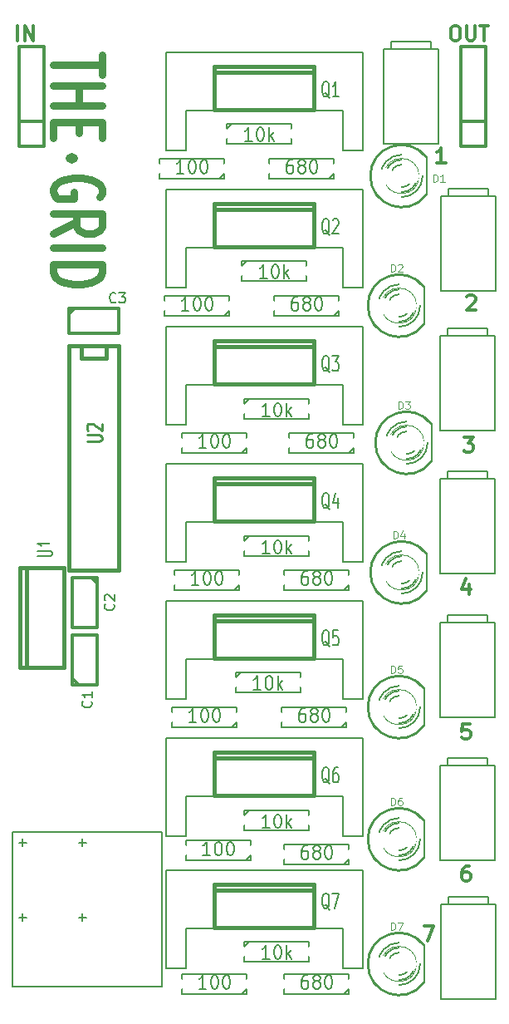
<source format=gto>
%FSLAX46Y46*%
G04 Gerber Fmt 4.6, Leading zero omitted, Abs format (unit mm)*
G04 Created by KiCad (PCBNEW (2014-jan-25)-product) date Mon 14 Jul 2014 01:36:15 BST*
%MOMM*%
G01*
G04 APERTURE LIST*
%ADD10C,0.100000*%
%ADD11C,0.300000*%
%ADD12C,0.750000*%
%ADD13C,0.381000*%
%ADD14C,0.203200*%
%ADD15C,0.076200*%
%ADD16C,0.254000*%
%ADD17C,0.152400*%
%ADD18C,0.304800*%
%ADD19C,0.150000*%
%ADD20C,0.285750*%
%ADD21C,0.088900*%
%ADD22R,1.397000X1.397000*%
%ADD23C,1.397000*%
%ADD24C,1.778000*%
%ADD25R,1.778000X1.778000*%
%ADD26C,1.676400*%
%ADD27R,5.000000X7.000000*%
%ADD28O,5.000000X7.000000*%
%ADD29C,5.000000*%
%ADD30R,3.000000X3.000000*%
%ADD31C,3.000000*%
G04 APERTURE END LIST*
D10*
D11*
X163838001Y-111192571D02*
X164838001Y-111192571D01*
X164195144Y-112692571D01*
X168433715Y-105096571D02*
X168148001Y-105096571D01*
X168005144Y-105168000D01*
X167933715Y-105239429D01*
X167790858Y-105453714D01*
X167719429Y-105739429D01*
X167719429Y-106310857D01*
X167790858Y-106453714D01*
X167862286Y-106525143D01*
X168005144Y-106596571D01*
X168290858Y-106596571D01*
X168433715Y-106525143D01*
X168505144Y-106453714D01*
X168576572Y-106310857D01*
X168576572Y-105953714D01*
X168505144Y-105810857D01*
X168433715Y-105739429D01*
X168290858Y-105668000D01*
X168005144Y-105668000D01*
X167862286Y-105739429D01*
X167790858Y-105810857D01*
X167719429Y-105953714D01*
X168505144Y-90618571D02*
X167790858Y-90618571D01*
X167719429Y-91332857D01*
X167790858Y-91261429D01*
X167933715Y-91190000D01*
X168290858Y-91190000D01*
X168433715Y-91261429D01*
X168505144Y-91332857D01*
X168576572Y-91475714D01*
X168576572Y-91832857D01*
X168505144Y-91975714D01*
X168433715Y-92047143D01*
X168290858Y-92118571D01*
X167933715Y-92118571D01*
X167790858Y-92047143D01*
X167719429Y-91975714D01*
X168433715Y-76386571D02*
X168433715Y-77386571D01*
X168076572Y-75815143D02*
X167719429Y-76886571D01*
X168648001Y-76886571D01*
X167902001Y-61408571D02*
X168830572Y-61408571D01*
X168330572Y-61980000D01*
X168544858Y-61980000D01*
X168687715Y-62051429D01*
X168759144Y-62122857D01*
X168830572Y-62265714D01*
X168830572Y-62622857D01*
X168759144Y-62765714D01*
X168687715Y-62837143D01*
X168544858Y-62908571D01*
X168116286Y-62908571D01*
X167973429Y-62837143D01*
X167902001Y-62765714D01*
X166036572Y-33444571D02*
X165179429Y-33444571D01*
X165608001Y-33444571D02*
X165608001Y-31944571D01*
X165465144Y-32158857D01*
X165322286Y-32301714D01*
X165179429Y-32373143D01*
X168227429Y-47073429D02*
X168298858Y-47002000D01*
X168441715Y-46930571D01*
X168798858Y-46930571D01*
X168941715Y-47002000D01*
X169013144Y-47073429D01*
X169084572Y-47216286D01*
X169084572Y-47359143D01*
X169013144Y-47573429D01*
X168156001Y-48430571D01*
X169084572Y-48430571D01*
X166902000Y-19498571D02*
X167187714Y-19498571D01*
X167330572Y-19570000D01*
X167473429Y-19712857D01*
X167544857Y-19998571D01*
X167544857Y-20498571D01*
X167473429Y-20784286D01*
X167330572Y-20927143D01*
X167187714Y-20998571D01*
X166902000Y-20998571D01*
X166759143Y-20927143D01*
X166616286Y-20784286D01*
X166544857Y-20498571D01*
X166544857Y-19998571D01*
X166616286Y-19712857D01*
X166759143Y-19570000D01*
X166902000Y-19498571D01*
X168187715Y-19498571D02*
X168187715Y-20712857D01*
X168259143Y-20855714D01*
X168330572Y-20927143D01*
X168473429Y-20998571D01*
X168759143Y-20998571D01*
X168902001Y-20927143D01*
X168973429Y-20855714D01*
X169044858Y-20712857D01*
X169044858Y-19498571D01*
X169544858Y-19498571D02*
X170402001Y-19498571D01*
X169973430Y-20998571D02*
X169973430Y-19498571D01*
X122404286Y-20998571D02*
X122404286Y-19498571D01*
X123118572Y-20998571D02*
X123118572Y-19498571D01*
X123975715Y-20998571D01*
X123975715Y-19498571D01*
D12*
X131008095Y-22456666D02*
X131008095Y-24456666D01*
X126008095Y-23456666D02*
X131008095Y-23456666D01*
X126008095Y-25623333D02*
X131008095Y-25623333D01*
X128627143Y-25623333D02*
X128627143Y-27623333D01*
X126008095Y-27623333D02*
X131008095Y-27623333D01*
X128627143Y-29290000D02*
X128627143Y-30456667D01*
X126008095Y-30956667D02*
X126008095Y-29290000D01*
X131008095Y-29290000D01*
X131008095Y-30956667D01*
X128150952Y-32956667D02*
X127912857Y-32790001D01*
X127674762Y-32956667D01*
X127912857Y-33123334D01*
X128150952Y-32956667D01*
X127674762Y-32956667D01*
X130770000Y-36956668D02*
X131008095Y-36623334D01*
X131008095Y-36123334D01*
X130770000Y-35623334D01*
X130293810Y-35290001D01*
X129817619Y-35123334D01*
X128865238Y-34956668D01*
X128150952Y-34956668D01*
X127198571Y-35123334D01*
X126722381Y-35290001D01*
X126246190Y-35623334D01*
X126008095Y-36123334D01*
X126008095Y-36456668D01*
X126246190Y-36956668D01*
X126484286Y-37123334D01*
X128150952Y-37123334D01*
X128150952Y-36456668D01*
X126008095Y-40623334D02*
X128389048Y-39456668D01*
X126008095Y-38623334D02*
X131008095Y-38623334D01*
X131008095Y-39956668D01*
X130770000Y-40290001D01*
X130531905Y-40456668D01*
X130055714Y-40623334D01*
X129341429Y-40623334D01*
X128865238Y-40456668D01*
X128627143Y-40290001D01*
X128389048Y-39956668D01*
X128389048Y-38623334D01*
X126008095Y-42123334D02*
X131008095Y-42123334D01*
X126008095Y-43790001D02*
X131008095Y-43790001D01*
X131008095Y-44623335D01*
X130770000Y-45123335D01*
X130293810Y-45456668D01*
X129817619Y-45623335D01*
X128865238Y-45790001D01*
X128150952Y-45790001D01*
X127198571Y-45623335D01*
X126722381Y-45456668D01*
X126246190Y-45123335D01*
X126008095Y-44623335D01*
X126008095Y-43790001D01*
D13*
X131445000Y-52070000D02*
X131445000Y-52070000D01*
X131445000Y-52070000D02*
X131445000Y-53340000D01*
X131445000Y-53340000D02*
X128905000Y-53340000D01*
X128905000Y-53340000D02*
X128905000Y-52070000D01*
X132715000Y-52070000D02*
X132715000Y-74930000D01*
X132715000Y-74930000D02*
X127635000Y-74930000D01*
X127635000Y-74930000D02*
X127635000Y-52070000D01*
X127635000Y-52070000D02*
X132715000Y-52070000D01*
X123317000Y-84836000D02*
X122682000Y-84836000D01*
X122682000Y-84836000D02*
X122682000Y-74676000D01*
X122682000Y-74676000D02*
X123317000Y-74676000D01*
X127127000Y-84836000D02*
X123317000Y-84836000D01*
X123317000Y-84836000D02*
X123317000Y-74676000D01*
X123317000Y-74676000D02*
X127127000Y-74676000D01*
X127127000Y-74676000D02*
X127127000Y-84836000D01*
D14*
X164134800Y-36703000D02*
X164134800Y-32893000D01*
D15*
X163340051Y-34798000D02*
G75*
G03X163340051Y-34798000I-1796051J0D01*
G74*
G01*
D16*
X164081997Y-32890332D02*
G75*
G03X164084000Y-36703000I-2537997J-1907668D01*
G74*
G01*
D17*
X161544000Y-33655000D02*
G75*
G03X160401000Y-34798000I0J-1143000D01*
G74*
G01*
X161544000Y-35941000D02*
G75*
G03X162687000Y-34798000I0J1143000D01*
G74*
G01*
X161544000Y-33147000D02*
G75*
G03X159893000Y-34798000I0J-1651000D01*
G74*
G01*
X161544000Y-36449000D02*
G75*
G03X163195000Y-34798000I0J1651000D01*
G74*
G01*
X161544000Y-32639000D02*
G75*
G03X159385000Y-34798000I0J-2159000D01*
G74*
G01*
X161544000Y-36957000D02*
G75*
G03X163703000Y-34798000I0J2159000D01*
G74*
G01*
D14*
X163880800Y-49911000D02*
X163880800Y-46101000D01*
D15*
X163086051Y-48006000D02*
G75*
G03X163086051Y-48006000I-1796051J0D01*
G74*
G01*
D16*
X163827997Y-46098332D02*
G75*
G03X163830000Y-49911000I-2537997J-1907668D01*
G74*
G01*
D17*
X161290000Y-46863000D02*
G75*
G03X160147000Y-48006000I0J-1143000D01*
G74*
G01*
X161290000Y-49149000D02*
G75*
G03X162433000Y-48006000I0J1143000D01*
G74*
G01*
X161290000Y-46355000D02*
G75*
G03X159639000Y-48006000I0J-1651000D01*
G74*
G01*
X161290000Y-49657000D02*
G75*
G03X162941000Y-48006000I0J1651000D01*
G74*
G01*
X161290000Y-45847000D02*
G75*
G03X159131000Y-48006000I0J-2159000D01*
G74*
G01*
X161290000Y-50165000D02*
G75*
G03X163449000Y-48006000I0J2159000D01*
G74*
G01*
D14*
X164642800Y-63881000D02*
X164642800Y-60071000D01*
D15*
X163848051Y-61976000D02*
G75*
G03X163848051Y-61976000I-1796051J0D01*
G74*
G01*
D16*
X164589997Y-60068332D02*
G75*
G03X164592000Y-63881000I-2537997J-1907668D01*
G74*
G01*
D17*
X162052000Y-60833000D02*
G75*
G03X160909000Y-61976000I0J-1143000D01*
G74*
G01*
X162052000Y-63119000D02*
G75*
G03X163195000Y-61976000I0J1143000D01*
G74*
G01*
X162052000Y-60325000D02*
G75*
G03X160401000Y-61976000I0J-1651000D01*
G74*
G01*
X162052000Y-63627000D02*
G75*
G03X163703000Y-61976000I0J1651000D01*
G74*
G01*
X162052000Y-59817000D02*
G75*
G03X159893000Y-61976000I0J-2159000D01*
G74*
G01*
X162052000Y-64135000D02*
G75*
G03X164211000Y-61976000I0J2159000D01*
G74*
G01*
D14*
X164134800Y-77089000D02*
X164134800Y-73279000D01*
D15*
X163340051Y-75184000D02*
G75*
G03X163340051Y-75184000I-1796051J0D01*
G74*
G01*
D16*
X164081997Y-73276332D02*
G75*
G03X164084000Y-77089000I-2537997J-1907668D01*
G74*
G01*
D17*
X161544000Y-74041000D02*
G75*
G03X160401000Y-75184000I0J-1143000D01*
G74*
G01*
X161544000Y-76327000D02*
G75*
G03X162687000Y-75184000I0J1143000D01*
G74*
G01*
X161544000Y-73533000D02*
G75*
G03X159893000Y-75184000I0J-1651000D01*
G74*
G01*
X161544000Y-76835000D02*
G75*
G03X163195000Y-75184000I0J1651000D01*
G74*
G01*
X161544000Y-73025000D02*
G75*
G03X159385000Y-75184000I0J-2159000D01*
G74*
G01*
X161544000Y-77343000D02*
G75*
G03X163703000Y-75184000I0J2159000D01*
G74*
G01*
D14*
X163880800Y-90805000D02*
X163880800Y-86995000D01*
D15*
X163086051Y-88900000D02*
G75*
G03X163086051Y-88900000I-1796051J0D01*
G74*
G01*
D16*
X163827997Y-86992332D02*
G75*
G03X163830000Y-90805000I-2537997J-1907668D01*
G74*
G01*
D17*
X161290000Y-87757000D02*
G75*
G03X160147000Y-88900000I0J-1143000D01*
G74*
G01*
X161290000Y-90043000D02*
G75*
G03X162433000Y-88900000I0J1143000D01*
G74*
G01*
X161290000Y-87249000D02*
G75*
G03X159639000Y-88900000I0J-1651000D01*
G74*
G01*
X161290000Y-90551000D02*
G75*
G03X162941000Y-88900000I0J1651000D01*
G74*
G01*
X161290000Y-86741000D02*
G75*
G03X159131000Y-88900000I0J-2159000D01*
G74*
G01*
X161290000Y-91059000D02*
G75*
G03X163449000Y-88900000I0J2159000D01*
G74*
G01*
D14*
X163880800Y-104267000D02*
X163880800Y-100457000D01*
D15*
X163086051Y-102362000D02*
G75*
G03X163086051Y-102362000I-1796051J0D01*
G74*
G01*
D16*
X163827997Y-100454332D02*
G75*
G03X163830000Y-104267000I-2537997J-1907668D01*
G74*
G01*
D17*
X161290000Y-101219000D02*
G75*
G03X160147000Y-102362000I0J-1143000D01*
G74*
G01*
X161290000Y-103505000D02*
G75*
G03X162433000Y-102362000I0J1143000D01*
G74*
G01*
X161290000Y-100711000D02*
G75*
G03X159639000Y-102362000I0J-1651000D01*
G74*
G01*
X161290000Y-104013000D02*
G75*
G03X162941000Y-102362000I0J1651000D01*
G74*
G01*
X161290000Y-100203000D02*
G75*
G03X159131000Y-102362000I0J-2159000D01*
G74*
G01*
X161290000Y-104521000D02*
G75*
G03X163449000Y-102362000I0J2159000D01*
G74*
G01*
D14*
X163880800Y-116967000D02*
X163880800Y-113157000D01*
D15*
X163086051Y-115062000D02*
G75*
G03X163086051Y-115062000I-1796051J0D01*
G74*
G01*
D16*
X163827997Y-113154332D02*
G75*
G03X163830000Y-116967000I-2537997J-1907668D01*
G74*
G01*
D17*
X161290000Y-113919000D02*
G75*
G03X160147000Y-115062000I0J-1143000D01*
G74*
G01*
X161290000Y-116205000D02*
G75*
G03X162433000Y-115062000I0J1143000D01*
G74*
G01*
X161290000Y-113411000D02*
G75*
G03X159639000Y-115062000I0J-1651000D01*
G74*
G01*
X161290000Y-116713000D02*
G75*
G03X162941000Y-115062000I0J1651000D01*
G74*
G01*
X161290000Y-112903000D02*
G75*
G03X159131000Y-115062000I0J-2159000D01*
G74*
G01*
X161290000Y-117221000D02*
G75*
G03X163449000Y-115062000I0J2159000D01*
G74*
G01*
D18*
X128016000Y-86563200D02*
X128016000Y-81534000D01*
X128016000Y-81534000D02*
X130556000Y-81534000D01*
X130556000Y-81534000D02*
X130556000Y-86614000D01*
X130556000Y-86614000D02*
X128016000Y-86614000D01*
X128651000Y-86614000D02*
X128016000Y-85979000D01*
X130556000Y-75742800D02*
X130556000Y-80772000D01*
X130556000Y-80772000D02*
X128016000Y-80772000D01*
X128016000Y-80772000D02*
X128016000Y-75692000D01*
X128016000Y-75692000D02*
X130556000Y-75692000D01*
X129921000Y-75692000D02*
X130556000Y-76327000D01*
X127685800Y-48260000D02*
X132715000Y-48260000D01*
X132715000Y-48260000D02*
X132715000Y-50800000D01*
X132715000Y-50800000D02*
X127635000Y-50800000D01*
X127635000Y-50800000D02*
X127635000Y-48260000D01*
X127635000Y-48895000D02*
X128270000Y-48260000D01*
D19*
X121920000Y-101600000D02*
X121920000Y-117348000D01*
X121920000Y-117348000D02*
X137160000Y-117348000D01*
X137160000Y-117348000D02*
X137160000Y-101600000D01*
X137160000Y-101600000D02*
X121920000Y-101600000D01*
D18*
X122555000Y-31750000D02*
X122555000Y-31750000D01*
X125095000Y-31750000D02*
X122555000Y-31750000D01*
X122555000Y-31750000D02*
X122555000Y-31750000D01*
X122555000Y-31750000D02*
X122555000Y-21590000D01*
X122555000Y-21590000D02*
X125095000Y-21590000D01*
X125095000Y-21590000D02*
X125095000Y-31750000D01*
X125095000Y-29210000D02*
X122555000Y-29210000D01*
X167640000Y-31750000D02*
X167640000Y-31750000D01*
X170180000Y-31750000D02*
X167640000Y-31750000D01*
X167640000Y-31750000D02*
X167640000Y-31750000D01*
X167640000Y-31750000D02*
X167640000Y-21590000D01*
X167640000Y-21590000D02*
X170180000Y-21590000D01*
X170180000Y-21590000D02*
X170180000Y-31750000D01*
X170180000Y-29210000D02*
X167640000Y-29210000D01*
D19*
X137574000Y-32162000D02*
X139574000Y-32162000D01*
X139574000Y-32162000D02*
X139574000Y-28162000D01*
X139574000Y-28162000D02*
X155574000Y-28162000D01*
X155574000Y-28162000D02*
X155574000Y-32162000D01*
X155574000Y-32162000D02*
X157574000Y-32162000D01*
X147574000Y-22162000D02*
X137574000Y-22162000D01*
X137574000Y-22162000D02*
X137574000Y-32162000D01*
X157574000Y-32162000D02*
X157574000Y-22162000D01*
X157574000Y-22162000D02*
X147574000Y-22162000D01*
D13*
X142494000Y-24257000D02*
X142494000Y-23622000D01*
X142494000Y-23622000D02*
X152654000Y-23622000D01*
X152654000Y-23622000D02*
X152654000Y-24257000D01*
X142494000Y-28067000D02*
X142494000Y-24257000D01*
X142494000Y-24257000D02*
X152654000Y-24257000D01*
X152654000Y-24257000D02*
X152654000Y-28067000D01*
X152654000Y-28067000D02*
X142494000Y-28067000D01*
D19*
X137574000Y-46132000D02*
X139574000Y-46132000D01*
X139574000Y-46132000D02*
X139574000Y-42132000D01*
X139574000Y-42132000D02*
X155574000Y-42132000D01*
X155574000Y-42132000D02*
X155574000Y-46132000D01*
X155574000Y-46132000D02*
X157574000Y-46132000D01*
X147574000Y-36132000D02*
X137574000Y-36132000D01*
X137574000Y-36132000D02*
X137574000Y-46132000D01*
X157574000Y-46132000D02*
X157574000Y-36132000D01*
X157574000Y-36132000D02*
X147574000Y-36132000D01*
D13*
X142494000Y-38227000D02*
X142494000Y-37592000D01*
X142494000Y-37592000D02*
X152654000Y-37592000D01*
X152654000Y-37592000D02*
X152654000Y-38227000D01*
X142494000Y-42037000D02*
X142494000Y-38227000D01*
X142494000Y-38227000D02*
X152654000Y-38227000D01*
X152654000Y-38227000D02*
X152654000Y-42037000D01*
X152654000Y-42037000D02*
X142494000Y-42037000D01*
D19*
X137574000Y-60102000D02*
X139574000Y-60102000D01*
X139574000Y-60102000D02*
X139574000Y-56102000D01*
X139574000Y-56102000D02*
X155574000Y-56102000D01*
X155574000Y-56102000D02*
X155574000Y-60102000D01*
X155574000Y-60102000D02*
X157574000Y-60102000D01*
X147574000Y-50102000D02*
X137574000Y-50102000D01*
X137574000Y-50102000D02*
X137574000Y-60102000D01*
X157574000Y-60102000D02*
X157574000Y-50102000D01*
X157574000Y-50102000D02*
X147574000Y-50102000D01*
D13*
X142494000Y-52197000D02*
X142494000Y-51562000D01*
X142494000Y-51562000D02*
X152654000Y-51562000D01*
X152654000Y-51562000D02*
X152654000Y-52197000D01*
X142494000Y-56007000D02*
X142494000Y-52197000D01*
X142494000Y-52197000D02*
X152654000Y-52197000D01*
X152654000Y-52197000D02*
X152654000Y-56007000D01*
X152654000Y-56007000D02*
X142494000Y-56007000D01*
D19*
X137574000Y-74072000D02*
X139574000Y-74072000D01*
X139574000Y-74072000D02*
X139574000Y-70072000D01*
X139574000Y-70072000D02*
X155574000Y-70072000D01*
X155574000Y-70072000D02*
X155574000Y-74072000D01*
X155574000Y-74072000D02*
X157574000Y-74072000D01*
X147574000Y-64072000D02*
X137574000Y-64072000D01*
X137574000Y-64072000D02*
X137574000Y-74072000D01*
X157574000Y-74072000D02*
X157574000Y-64072000D01*
X157574000Y-64072000D02*
X147574000Y-64072000D01*
D13*
X142494000Y-66167000D02*
X142494000Y-65532000D01*
X142494000Y-65532000D02*
X152654000Y-65532000D01*
X152654000Y-65532000D02*
X152654000Y-66167000D01*
X142494000Y-69977000D02*
X142494000Y-66167000D01*
X142494000Y-66167000D02*
X152654000Y-66167000D01*
X152654000Y-66167000D02*
X152654000Y-69977000D01*
X152654000Y-69977000D02*
X142494000Y-69977000D01*
D19*
X137574000Y-88042000D02*
X139574000Y-88042000D01*
X139574000Y-88042000D02*
X139574000Y-84042000D01*
X139574000Y-84042000D02*
X155574000Y-84042000D01*
X155574000Y-84042000D02*
X155574000Y-88042000D01*
X155574000Y-88042000D02*
X157574000Y-88042000D01*
X147574000Y-78042000D02*
X137574000Y-78042000D01*
X137574000Y-78042000D02*
X137574000Y-88042000D01*
X157574000Y-88042000D02*
X157574000Y-78042000D01*
X157574000Y-78042000D02*
X147574000Y-78042000D01*
D13*
X142494000Y-80137000D02*
X142494000Y-79502000D01*
X142494000Y-79502000D02*
X152654000Y-79502000D01*
X152654000Y-79502000D02*
X152654000Y-80137000D01*
X142494000Y-83947000D02*
X142494000Y-80137000D01*
X142494000Y-80137000D02*
X152654000Y-80137000D01*
X152654000Y-80137000D02*
X152654000Y-83947000D01*
X152654000Y-83947000D02*
X142494000Y-83947000D01*
D19*
X137574000Y-102012000D02*
X139574000Y-102012000D01*
X139574000Y-102012000D02*
X139574000Y-98012000D01*
X139574000Y-98012000D02*
X155574000Y-98012000D01*
X155574000Y-98012000D02*
X155574000Y-102012000D01*
X155574000Y-102012000D02*
X157574000Y-102012000D01*
X147574000Y-92012000D02*
X137574000Y-92012000D01*
X137574000Y-92012000D02*
X137574000Y-102012000D01*
X157574000Y-102012000D02*
X157574000Y-92012000D01*
X157574000Y-92012000D02*
X147574000Y-92012000D01*
D13*
X142494000Y-94107000D02*
X142494000Y-93472000D01*
X142494000Y-93472000D02*
X152654000Y-93472000D01*
X152654000Y-93472000D02*
X152654000Y-94107000D01*
X142494000Y-97917000D02*
X142494000Y-94107000D01*
X142494000Y-94107000D02*
X152654000Y-94107000D01*
X152654000Y-94107000D02*
X152654000Y-97917000D01*
X152654000Y-97917000D02*
X142494000Y-97917000D01*
D19*
X137574000Y-115474000D02*
X139574000Y-115474000D01*
X139574000Y-115474000D02*
X139574000Y-111474000D01*
X139574000Y-111474000D02*
X155574000Y-111474000D01*
X155574000Y-111474000D02*
X155574000Y-115474000D01*
X155574000Y-115474000D02*
X157574000Y-115474000D01*
X147574000Y-105474000D02*
X137574000Y-105474000D01*
X137574000Y-105474000D02*
X137574000Y-115474000D01*
X157574000Y-115474000D02*
X157574000Y-105474000D01*
X157574000Y-105474000D02*
X147574000Y-105474000D01*
D13*
X142494000Y-107569000D02*
X142494000Y-106934000D01*
X142494000Y-106934000D02*
X152654000Y-106934000D01*
X152654000Y-106934000D02*
X152654000Y-107569000D01*
X142494000Y-111379000D02*
X142494000Y-107569000D01*
X142494000Y-107569000D02*
X152654000Y-107569000D01*
X152654000Y-107569000D02*
X152654000Y-111379000D01*
X152654000Y-111379000D02*
X142494000Y-111379000D01*
D14*
X143256000Y-30480000D02*
X143764000Y-30480000D01*
X150876000Y-30480000D02*
X150368000Y-30480000D01*
X150368000Y-30480000D02*
X150368000Y-29464000D01*
X150368000Y-29464000D02*
X143764000Y-29464000D01*
X143764000Y-29464000D02*
X143764000Y-31496000D01*
X143764000Y-31496000D02*
X150368000Y-31496000D01*
X150368000Y-31496000D02*
X150368000Y-30480000D01*
X143764000Y-29972000D02*
X144272000Y-29464000D01*
X144018000Y-34036000D02*
X143510000Y-34036000D01*
X136398000Y-34036000D02*
X136906000Y-34036000D01*
X136906000Y-34036000D02*
X136906000Y-35052000D01*
X136906000Y-35052000D02*
X143510000Y-35052000D01*
X143510000Y-35052000D02*
X143510000Y-33020000D01*
X143510000Y-33020000D02*
X136906000Y-33020000D01*
X136906000Y-33020000D02*
X136906000Y-34036000D01*
X143510000Y-34544000D02*
X143002000Y-35052000D01*
X144780000Y-44450000D02*
X145288000Y-44450000D01*
X152400000Y-44450000D02*
X151892000Y-44450000D01*
X151892000Y-44450000D02*
X151892000Y-43434000D01*
X151892000Y-43434000D02*
X145288000Y-43434000D01*
X145288000Y-43434000D02*
X145288000Y-45466000D01*
X145288000Y-45466000D02*
X151892000Y-45466000D01*
X151892000Y-45466000D02*
X151892000Y-44450000D01*
X145288000Y-43942000D02*
X145796000Y-43434000D01*
X144526000Y-48006000D02*
X144018000Y-48006000D01*
X136906000Y-48006000D02*
X137414000Y-48006000D01*
X137414000Y-48006000D02*
X137414000Y-49022000D01*
X137414000Y-49022000D02*
X144018000Y-49022000D01*
X144018000Y-49022000D02*
X144018000Y-46990000D01*
X144018000Y-46990000D02*
X137414000Y-46990000D01*
X137414000Y-46990000D02*
X137414000Y-48006000D01*
X144018000Y-48514000D02*
X143510000Y-49022000D01*
X145034000Y-58547000D02*
X145542000Y-58547000D01*
X152654000Y-58547000D02*
X152146000Y-58547000D01*
X152146000Y-58547000D02*
X152146000Y-57531000D01*
X152146000Y-57531000D02*
X145542000Y-57531000D01*
X145542000Y-57531000D02*
X145542000Y-59563000D01*
X145542000Y-59563000D02*
X152146000Y-59563000D01*
X152146000Y-59563000D02*
X152146000Y-58547000D01*
X145542000Y-58039000D02*
X146050000Y-57531000D01*
X146304000Y-61976000D02*
X145796000Y-61976000D01*
X138684000Y-61976000D02*
X139192000Y-61976000D01*
X139192000Y-61976000D02*
X139192000Y-62992000D01*
X139192000Y-62992000D02*
X145796000Y-62992000D01*
X145796000Y-62992000D02*
X145796000Y-60960000D01*
X145796000Y-60960000D02*
X139192000Y-60960000D01*
X139192000Y-60960000D02*
X139192000Y-61976000D01*
X145796000Y-62484000D02*
X145288000Y-62992000D01*
X145034000Y-72517000D02*
X145542000Y-72517000D01*
X152654000Y-72517000D02*
X152146000Y-72517000D01*
X152146000Y-72517000D02*
X152146000Y-71501000D01*
X152146000Y-71501000D02*
X145542000Y-71501000D01*
X145542000Y-71501000D02*
X145542000Y-73533000D01*
X145542000Y-73533000D02*
X152146000Y-73533000D01*
X152146000Y-73533000D02*
X152146000Y-72517000D01*
X145542000Y-72009000D02*
X146050000Y-71501000D01*
X145542000Y-75946000D02*
X145034000Y-75946000D01*
X137922000Y-75946000D02*
X138430000Y-75946000D01*
X138430000Y-75946000D02*
X138430000Y-76962000D01*
X138430000Y-76962000D02*
X145034000Y-76962000D01*
X145034000Y-76962000D02*
X145034000Y-74930000D01*
X145034000Y-74930000D02*
X138430000Y-74930000D01*
X138430000Y-74930000D02*
X138430000Y-75946000D01*
X145034000Y-76454000D02*
X144526000Y-76962000D01*
X145034000Y-100457000D02*
X145542000Y-100457000D01*
X152654000Y-100457000D02*
X152146000Y-100457000D01*
X152146000Y-100457000D02*
X152146000Y-99441000D01*
X152146000Y-99441000D02*
X145542000Y-99441000D01*
X145542000Y-99441000D02*
X145542000Y-101473000D01*
X145542000Y-101473000D02*
X152146000Y-101473000D01*
X152146000Y-101473000D02*
X152146000Y-100457000D01*
X145542000Y-99949000D02*
X146050000Y-99441000D01*
X146685000Y-103505000D02*
X146177000Y-103505000D01*
X139065000Y-103505000D02*
X139573000Y-103505000D01*
X139573000Y-103505000D02*
X139573000Y-104521000D01*
X139573000Y-104521000D02*
X146177000Y-104521000D01*
X146177000Y-104521000D02*
X146177000Y-102489000D01*
X146177000Y-102489000D02*
X139573000Y-102489000D01*
X139573000Y-102489000D02*
X139573000Y-103505000D01*
X146177000Y-104013000D02*
X145669000Y-104521000D01*
X145034000Y-113792000D02*
X145542000Y-113792000D01*
X152654000Y-113792000D02*
X152146000Y-113792000D01*
X152146000Y-113792000D02*
X152146000Y-112776000D01*
X152146000Y-112776000D02*
X145542000Y-112776000D01*
X145542000Y-112776000D02*
X145542000Y-114808000D01*
X145542000Y-114808000D02*
X152146000Y-114808000D01*
X152146000Y-114808000D02*
X152146000Y-113792000D01*
X145542000Y-113284000D02*
X146050000Y-112776000D01*
X146304000Y-117094000D02*
X145796000Y-117094000D01*
X138684000Y-117094000D02*
X139192000Y-117094000D01*
X139192000Y-117094000D02*
X139192000Y-118110000D01*
X139192000Y-118110000D02*
X145796000Y-118110000D01*
X145796000Y-118110000D02*
X145796000Y-116078000D01*
X145796000Y-116078000D02*
X139192000Y-116078000D01*
X139192000Y-116078000D02*
X139192000Y-117094000D01*
X145796000Y-117602000D02*
X145288000Y-118110000D01*
X144145000Y-86360000D02*
X144653000Y-86360000D01*
X151765000Y-86360000D02*
X151257000Y-86360000D01*
X151257000Y-86360000D02*
X151257000Y-85344000D01*
X151257000Y-85344000D02*
X144653000Y-85344000D01*
X144653000Y-85344000D02*
X144653000Y-87376000D01*
X144653000Y-87376000D02*
X151257000Y-87376000D01*
X151257000Y-87376000D02*
X151257000Y-86360000D01*
X144653000Y-85852000D02*
X145161000Y-85344000D01*
X145288000Y-89916000D02*
X144780000Y-89916000D01*
X137668000Y-89916000D02*
X138176000Y-89916000D01*
X138176000Y-89916000D02*
X138176000Y-90932000D01*
X138176000Y-90932000D02*
X144780000Y-90932000D01*
X144780000Y-90932000D02*
X144780000Y-88900000D01*
X144780000Y-88900000D02*
X138176000Y-88900000D01*
X138176000Y-88900000D02*
X138176000Y-89916000D01*
X144780000Y-90424000D02*
X144272000Y-90932000D01*
X155194000Y-34036000D02*
X154686000Y-34036000D01*
X147574000Y-34036000D02*
X148082000Y-34036000D01*
X148082000Y-34036000D02*
X148082000Y-35052000D01*
X148082000Y-35052000D02*
X154686000Y-35052000D01*
X154686000Y-35052000D02*
X154686000Y-33020000D01*
X154686000Y-33020000D02*
X148082000Y-33020000D01*
X148082000Y-33020000D02*
X148082000Y-34036000D01*
X154686000Y-34544000D02*
X154178000Y-35052000D01*
X155702000Y-48006000D02*
X155194000Y-48006000D01*
X148082000Y-48006000D02*
X148590000Y-48006000D01*
X148590000Y-48006000D02*
X148590000Y-49022000D01*
X148590000Y-49022000D02*
X155194000Y-49022000D01*
X155194000Y-49022000D02*
X155194000Y-46990000D01*
X155194000Y-46990000D02*
X148590000Y-46990000D01*
X148590000Y-46990000D02*
X148590000Y-48006000D01*
X155194000Y-48514000D02*
X154686000Y-49022000D01*
X157226000Y-61976000D02*
X156718000Y-61976000D01*
X149606000Y-61976000D02*
X150114000Y-61976000D01*
X150114000Y-61976000D02*
X150114000Y-62992000D01*
X150114000Y-62992000D02*
X156718000Y-62992000D01*
X156718000Y-62992000D02*
X156718000Y-60960000D01*
X156718000Y-60960000D02*
X150114000Y-60960000D01*
X150114000Y-60960000D02*
X150114000Y-61976000D01*
X156718000Y-62484000D02*
X156210000Y-62992000D01*
X156718000Y-75946000D02*
X156210000Y-75946000D01*
X149098000Y-75946000D02*
X149606000Y-75946000D01*
X149606000Y-75946000D02*
X149606000Y-76962000D01*
X149606000Y-76962000D02*
X156210000Y-76962000D01*
X156210000Y-76962000D02*
X156210000Y-74930000D01*
X156210000Y-74930000D02*
X149606000Y-74930000D01*
X149606000Y-74930000D02*
X149606000Y-75946000D01*
X156210000Y-76454000D02*
X155702000Y-76962000D01*
X156464000Y-89916000D02*
X155956000Y-89916000D01*
X148844000Y-89916000D02*
X149352000Y-89916000D01*
X149352000Y-89916000D02*
X149352000Y-90932000D01*
X149352000Y-90932000D02*
X155956000Y-90932000D01*
X155956000Y-90932000D02*
X155956000Y-88900000D01*
X155956000Y-88900000D02*
X149352000Y-88900000D01*
X149352000Y-88900000D02*
X149352000Y-89916000D01*
X155956000Y-90424000D02*
X155448000Y-90932000D01*
X156718000Y-103886000D02*
X156210000Y-103886000D01*
X149098000Y-103886000D02*
X149606000Y-103886000D01*
X149606000Y-103886000D02*
X149606000Y-104902000D01*
X149606000Y-104902000D02*
X156210000Y-104902000D01*
X156210000Y-104902000D02*
X156210000Y-102870000D01*
X156210000Y-102870000D02*
X149606000Y-102870000D01*
X149606000Y-102870000D02*
X149606000Y-103886000D01*
X156210000Y-104394000D02*
X155702000Y-104902000D01*
X156718000Y-117094000D02*
X156210000Y-117094000D01*
X149098000Y-117094000D02*
X149606000Y-117094000D01*
X149606000Y-117094000D02*
X149606000Y-118110000D01*
X149606000Y-118110000D02*
X156210000Y-118110000D01*
X156210000Y-118110000D02*
X156210000Y-116078000D01*
X156210000Y-116078000D02*
X149606000Y-116078000D01*
X149606000Y-116078000D02*
X149606000Y-117094000D01*
X156210000Y-117602000D02*
X155702000Y-118110000D01*
D19*
X160528000Y-21844000D02*
X160528000Y-21082000D01*
X160528000Y-21082000D02*
X164592000Y-21082000D01*
X164592000Y-21082000D02*
X164592000Y-21844000D01*
X159766000Y-21844000D02*
X159766000Y-31496000D01*
X165354000Y-31496000D02*
X165354000Y-21844000D01*
X159766000Y-21844000D02*
X165354000Y-21844000D01*
X159766000Y-31496000D02*
X165354000Y-31496000D01*
X166370000Y-36830000D02*
X166370000Y-36068000D01*
X166370000Y-36068000D02*
X170434000Y-36068000D01*
X170434000Y-36068000D02*
X170434000Y-36830000D01*
X165608000Y-36830000D02*
X165608000Y-46482000D01*
X171196000Y-46482000D02*
X171196000Y-36830000D01*
X165608000Y-36830000D02*
X171196000Y-36830000D01*
X165608000Y-46482000D02*
X171196000Y-46482000D01*
X166243000Y-51054000D02*
X166243000Y-50292000D01*
X166243000Y-50292000D02*
X170307000Y-50292000D01*
X170307000Y-50292000D02*
X170307000Y-51054000D01*
X165481000Y-51054000D02*
X165481000Y-60706000D01*
X171069000Y-60706000D02*
X171069000Y-51054000D01*
X165481000Y-51054000D02*
X171069000Y-51054000D01*
X165481000Y-60706000D02*
X171069000Y-60706000D01*
X166243000Y-65659000D02*
X166243000Y-64897000D01*
X166243000Y-64897000D02*
X170307000Y-64897000D01*
X170307000Y-64897000D02*
X170307000Y-65659000D01*
X165481000Y-65659000D02*
X165481000Y-75311000D01*
X171069000Y-75311000D02*
X171069000Y-65659000D01*
X165481000Y-65659000D02*
X171069000Y-65659000D01*
X165481000Y-75311000D02*
X171069000Y-75311000D01*
X166243000Y-80264000D02*
X166243000Y-79502000D01*
X166243000Y-79502000D02*
X170307000Y-79502000D01*
X170307000Y-79502000D02*
X170307000Y-80264000D01*
X165481000Y-80264000D02*
X165481000Y-89916000D01*
X171069000Y-89916000D02*
X171069000Y-80264000D01*
X165481000Y-80264000D02*
X171069000Y-80264000D01*
X165481000Y-89916000D02*
X171069000Y-89916000D01*
X166243000Y-94869000D02*
X166243000Y-94107000D01*
X166243000Y-94107000D02*
X170307000Y-94107000D01*
X170307000Y-94107000D02*
X170307000Y-94869000D01*
X165481000Y-94869000D02*
X165481000Y-104521000D01*
X171069000Y-104521000D02*
X171069000Y-94869000D01*
X165481000Y-94869000D02*
X171069000Y-94869000D01*
X165481000Y-104521000D02*
X171069000Y-104521000D01*
X166370000Y-108966000D02*
X166370000Y-108204000D01*
X166370000Y-108204000D02*
X170434000Y-108204000D01*
X170434000Y-108204000D02*
X170434000Y-108966000D01*
X165608000Y-108966000D02*
X165608000Y-118618000D01*
X171196000Y-118618000D02*
X171196000Y-108966000D01*
X165608000Y-108966000D02*
X171196000Y-108966000D01*
X165608000Y-118618000D02*
X171196000Y-118618000D01*
D20*
X129467429Y-61830857D02*
X130701143Y-61830857D01*
X130846286Y-61776429D01*
X130918857Y-61722000D01*
X130991429Y-61613143D01*
X130991429Y-61395429D01*
X130918857Y-61286571D01*
X130846286Y-61232143D01*
X130701143Y-61177714D01*
X129467429Y-61177714D01*
X129612571Y-60687857D02*
X129540000Y-60633428D01*
X129467429Y-60524571D01*
X129467429Y-60252428D01*
X129540000Y-60143571D01*
X129612571Y-60089142D01*
X129757714Y-60034714D01*
X129902857Y-60034714D01*
X130120571Y-60089142D01*
X130991429Y-60742285D01*
X130991429Y-60034714D01*
D18*
D14*
X124387429Y-73545095D02*
X125621143Y-73545095D01*
X125766286Y-73496714D01*
X125838857Y-73448333D01*
X125911429Y-73351571D01*
X125911429Y-73158048D01*
X125838857Y-73061286D01*
X125766286Y-73012905D01*
X125621143Y-72964524D01*
X124387429Y-72964524D01*
X125911429Y-71948524D02*
X125911429Y-72529095D01*
X125911429Y-72238809D02*
X124387429Y-72238809D01*
X124605143Y-72335571D01*
X124750286Y-72432333D01*
X124822857Y-72529095D01*
D21*
X164791572Y-35396714D02*
X164791572Y-34634714D01*
X164973000Y-34634714D01*
X165081857Y-34671000D01*
X165154429Y-34743571D01*
X165190714Y-34816143D01*
X165227000Y-34961286D01*
X165227000Y-35070143D01*
X165190714Y-35215286D01*
X165154429Y-35287857D01*
X165081857Y-35360429D01*
X164973000Y-35396714D01*
X164791572Y-35396714D01*
X165952714Y-35396714D02*
X165517286Y-35396714D01*
X165735000Y-35396714D02*
X165735000Y-34634714D01*
X165662429Y-34743571D01*
X165589857Y-34816143D01*
X165517286Y-34852429D01*
X160473572Y-44540714D02*
X160473572Y-43778714D01*
X160655000Y-43778714D01*
X160763857Y-43815000D01*
X160836429Y-43887571D01*
X160872714Y-43960143D01*
X160909000Y-44105286D01*
X160909000Y-44214143D01*
X160872714Y-44359286D01*
X160836429Y-44431857D01*
X160763857Y-44504429D01*
X160655000Y-44540714D01*
X160473572Y-44540714D01*
X161199286Y-43851286D02*
X161235572Y-43815000D01*
X161308143Y-43778714D01*
X161489572Y-43778714D01*
X161562143Y-43815000D01*
X161598429Y-43851286D01*
X161634714Y-43923857D01*
X161634714Y-43996429D01*
X161598429Y-44105286D01*
X161163000Y-44540714D01*
X161634714Y-44540714D01*
X161235572Y-58510714D02*
X161235572Y-57748714D01*
X161417000Y-57748714D01*
X161525857Y-57785000D01*
X161598429Y-57857571D01*
X161634714Y-57930143D01*
X161671000Y-58075286D01*
X161671000Y-58184143D01*
X161634714Y-58329286D01*
X161598429Y-58401857D01*
X161525857Y-58474429D01*
X161417000Y-58510714D01*
X161235572Y-58510714D01*
X161925000Y-57748714D02*
X162396714Y-57748714D01*
X162142714Y-58039000D01*
X162251572Y-58039000D01*
X162324143Y-58075286D01*
X162360429Y-58111571D01*
X162396714Y-58184143D01*
X162396714Y-58365571D01*
X162360429Y-58438143D01*
X162324143Y-58474429D01*
X162251572Y-58510714D01*
X162033857Y-58510714D01*
X161961286Y-58474429D01*
X161925000Y-58438143D01*
X160727572Y-71718714D02*
X160727572Y-70956714D01*
X160909000Y-70956714D01*
X161017857Y-70993000D01*
X161090429Y-71065571D01*
X161126714Y-71138143D01*
X161163000Y-71283286D01*
X161163000Y-71392143D01*
X161126714Y-71537286D01*
X161090429Y-71609857D01*
X161017857Y-71682429D01*
X160909000Y-71718714D01*
X160727572Y-71718714D01*
X161816143Y-71210714D02*
X161816143Y-71718714D01*
X161634714Y-70920429D02*
X161453286Y-71464714D01*
X161925000Y-71464714D01*
X160473572Y-85434714D02*
X160473572Y-84672714D01*
X160655000Y-84672714D01*
X160763857Y-84709000D01*
X160836429Y-84781571D01*
X160872714Y-84854143D01*
X160909000Y-84999286D01*
X160909000Y-85108143D01*
X160872714Y-85253286D01*
X160836429Y-85325857D01*
X160763857Y-85398429D01*
X160655000Y-85434714D01*
X160473572Y-85434714D01*
X161598429Y-84672714D02*
X161235572Y-84672714D01*
X161199286Y-85035571D01*
X161235572Y-84999286D01*
X161308143Y-84963000D01*
X161489572Y-84963000D01*
X161562143Y-84999286D01*
X161598429Y-85035571D01*
X161634714Y-85108143D01*
X161634714Y-85289571D01*
X161598429Y-85362143D01*
X161562143Y-85398429D01*
X161489572Y-85434714D01*
X161308143Y-85434714D01*
X161235572Y-85398429D01*
X161199286Y-85362143D01*
X160473572Y-98896714D02*
X160473572Y-98134714D01*
X160655000Y-98134714D01*
X160763857Y-98171000D01*
X160836429Y-98243571D01*
X160872714Y-98316143D01*
X160909000Y-98461286D01*
X160909000Y-98570143D01*
X160872714Y-98715286D01*
X160836429Y-98787857D01*
X160763857Y-98860429D01*
X160655000Y-98896714D01*
X160473572Y-98896714D01*
X161562143Y-98134714D02*
X161417000Y-98134714D01*
X161344429Y-98171000D01*
X161308143Y-98207286D01*
X161235572Y-98316143D01*
X161199286Y-98461286D01*
X161199286Y-98751571D01*
X161235572Y-98824143D01*
X161271857Y-98860429D01*
X161344429Y-98896714D01*
X161489572Y-98896714D01*
X161562143Y-98860429D01*
X161598429Y-98824143D01*
X161634714Y-98751571D01*
X161634714Y-98570143D01*
X161598429Y-98497571D01*
X161562143Y-98461286D01*
X161489572Y-98425000D01*
X161344429Y-98425000D01*
X161271857Y-98461286D01*
X161235572Y-98497571D01*
X161199286Y-98570143D01*
X160473572Y-111596714D02*
X160473572Y-110834714D01*
X160655000Y-110834714D01*
X160763857Y-110871000D01*
X160836429Y-110943571D01*
X160872714Y-111016143D01*
X160909000Y-111161286D01*
X160909000Y-111270143D01*
X160872714Y-111415286D01*
X160836429Y-111487857D01*
X160763857Y-111560429D01*
X160655000Y-111596714D01*
X160473572Y-111596714D01*
X161163000Y-110834714D02*
X161671000Y-110834714D01*
X161344429Y-111596714D01*
D14*
X129902857Y-88307333D02*
X129951238Y-88355714D01*
X129999619Y-88500857D01*
X129999619Y-88597619D01*
X129951238Y-88742761D01*
X129854476Y-88839523D01*
X129757714Y-88887904D01*
X129564190Y-88936285D01*
X129419048Y-88936285D01*
X129225524Y-88887904D01*
X129128762Y-88839523D01*
X129032000Y-88742761D01*
X128983619Y-88597619D01*
X128983619Y-88500857D01*
X129032000Y-88355714D01*
X129080381Y-88307333D01*
X129999619Y-87339714D02*
X129999619Y-87920285D01*
X129999619Y-87629999D02*
X128983619Y-87629999D01*
X129128762Y-87726761D01*
X129225524Y-87823523D01*
X129273905Y-87920285D01*
X132188857Y-78401333D02*
X132237238Y-78449714D01*
X132285619Y-78594857D01*
X132285619Y-78691619D01*
X132237238Y-78836761D01*
X132140476Y-78933523D01*
X132043714Y-78981904D01*
X131850190Y-79030285D01*
X131705048Y-79030285D01*
X131511524Y-78981904D01*
X131414762Y-78933523D01*
X131318000Y-78836761D01*
X131269619Y-78691619D01*
X131269619Y-78594857D01*
X131318000Y-78449714D01*
X131366381Y-78401333D01*
X131366381Y-78014285D02*
X131318000Y-77965904D01*
X131269619Y-77869142D01*
X131269619Y-77627238D01*
X131318000Y-77530476D01*
X131366381Y-77482095D01*
X131463143Y-77433714D01*
X131559905Y-77433714D01*
X131705048Y-77482095D01*
X132285619Y-78062666D01*
X132285619Y-77433714D01*
X132418667Y-47606857D02*
X132370286Y-47655238D01*
X132225143Y-47703619D01*
X132128381Y-47703619D01*
X131983239Y-47655238D01*
X131886477Y-47558476D01*
X131838096Y-47461714D01*
X131789715Y-47268190D01*
X131789715Y-47123048D01*
X131838096Y-46929524D01*
X131886477Y-46832762D01*
X131983239Y-46736000D01*
X132128381Y-46687619D01*
X132225143Y-46687619D01*
X132370286Y-46736000D01*
X132418667Y-46784381D01*
X132757334Y-46687619D02*
X133386286Y-46687619D01*
X133047620Y-47074667D01*
X133192762Y-47074667D01*
X133289524Y-47123048D01*
X133337905Y-47171429D01*
X133386286Y-47268190D01*
X133386286Y-47510095D01*
X133337905Y-47606857D01*
X133289524Y-47655238D01*
X133192762Y-47703619D01*
X132902477Y-47703619D01*
X132805715Y-47655238D01*
X132757334Y-47606857D01*
D19*
X128651048Y-110307429D02*
X129412953Y-110307429D01*
X129032001Y-110688381D02*
X129032001Y-109926476D01*
X122555048Y-110307429D02*
X123316953Y-110307429D01*
X122936001Y-110688381D02*
X122936001Y-109926476D01*
X128651048Y-102687429D02*
X129412953Y-102687429D01*
X129032001Y-103068381D02*
X129032001Y-102306476D01*
X122555048Y-102687429D02*
X123316953Y-102687429D01*
X122936001Y-103068381D02*
X122936001Y-102306476D01*
D14*
X154208238Y-26869571D02*
X154111476Y-26797000D01*
X154014714Y-26651857D01*
X153869571Y-26434143D01*
X153772810Y-26361571D01*
X153676048Y-26361571D01*
X153724429Y-26724429D02*
X153627667Y-26651857D01*
X153530905Y-26506714D01*
X153482524Y-26216429D01*
X153482524Y-25708429D01*
X153530905Y-25418143D01*
X153627667Y-25273000D01*
X153724429Y-25200429D01*
X153917952Y-25200429D01*
X154014714Y-25273000D01*
X154111476Y-25418143D01*
X154159857Y-25708429D01*
X154159857Y-26216429D01*
X154111476Y-26506714D01*
X154014714Y-26651857D01*
X153917952Y-26724429D01*
X153724429Y-26724429D01*
X155127476Y-26724429D02*
X154546905Y-26724429D01*
X154837191Y-26724429D02*
X154837191Y-25200429D01*
X154740429Y-25418143D01*
X154643667Y-25563286D01*
X154546905Y-25635857D01*
X154208238Y-40839571D02*
X154111476Y-40767000D01*
X154014714Y-40621857D01*
X153869571Y-40404143D01*
X153772810Y-40331571D01*
X153676048Y-40331571D01*
X153724429Y-40694429D02*
X153627667Y-40621857D01*
X153530905Y-40476714D01*
X153482524Y-40186429D01*
X153482524Y-39678429D01*
X153530905Y-39388143D01*
X153627667Y-39243000D01*
X153724429Y-39170429D01*
X153917952Y-39170429D01*
X154014714Y-39243000D01*
X154111476Y-39388143D01*
X154159857Y-39678429D01*
X154159857Y-40186429D01*
X154111476Y-40476714D01*
X154014714Y-40621857D01*
X153917952Y-40694429D01*
X153724429Y-40694429D01*
X154546905Y-39315571D02*
X154595286Y-39243000D01*
X154692048Y-39170429D01*
X154933952Y-39170429D01*
X155030714Y-39243000D01*
X155079095Y-39315571D01*
X155127476Y-39460714D01*
X155127476Y-39605857D01*
X155079095Y-39823571D01*
X154498524Y-40694429D01*
X155127476Y-40694429D01*
X154208238Y-54809571D02*
X154111476Y-54737000D01*
X154014714Y-54591857D01*
X153869571Y-54374143D01*
X153772810Y-54301571D01*
X153676048Y-54301571D01*
X153724429Y-54664429D02*
X153627667Y-54591857D01*
X153530905Y-54446714D01*
X153482524Y-54156429D01*
X153482524Y-53648429D01*
X153530905Y-53358143D01*
X153627667Y-53213000D01*
X153724429Y-53140429D01*
X153917952Y-53140429D01*
X154014714Y-53213000D01*
X154111476Y-53358143D01*
X154159857Y-53648429D01*
X154159857Y-54156429D01*
X154111476Y-54446714D01*
X154014714Y-54591857D01*
X153917952Y-54664429D01*
X153724429Y-54664429D01*
X154498524Y-53140429D02*
X155127476Y-53140429D01*
X154788810Y-53721000D01*
X154933952Y-53721000D01*
X155030714Y-53793571D01*
X155079095Y-53866143D01*
X155127476Y-54011286D01*
X155127476Y-54374143D01*
X155079095Y-54519286D01*
X155030714Y-54591857D01*
X154933952Y-54664429D01*
X154643667Y-54664429D01*
X154546905Y-54591857D01*
X154498524Y-54519286D01*
X154208238Y-68779571D02*
X154111476Y-68707000D01*
X154014714Y-68561857D01*
X153869571Y-68344143D01*
X153772810Y-68271571D01*
X153676048Y-68271571D01*
X153724429Y-68634429D02*
X153627667Y-68561857D01*
X153530905Y-68416714D01*
X153482524Y-68126429D01*
X153482524Y-67618429D01*
X153530905Y-67328143D01*
X153627667Y-67183000D01*
X153724429Y-67110429D01*
X153917952Y-67110429D01*
X154014714Y-67183000D01*
X154111476Y-67328143D01*
X154159857Y-67618429D01*
X154159857Y-68126429D01*
X154111476Y-68416714D01*
X154014714Y-68561857D01*
X153917952Y-68634429D01*
X153724429Y-68634429D01*
X155030714Y-67618429D02*
X155030714Y-68634429D01*
X154788810Y-67037857D02*
X154546905Y-68126429D01*
X155175857Y-68126429D01*
X154208238Y-82749571D02*
X154111476Y-82677000D01*
X154014714Y-82531857D01*
X153869571Y-82314143D01*
X153772810Y-82241571D01*
X153676048Y-82241571D01*
X153724429Y-82604429D02*
X153627667Y-82531857D01*
X153530905Y-82386714D01*
X153482524Y-82096429D01*
X153482524Y-81588429D01*
X153530905Y-81298143D01*
X153627667Y-81153000D01*
X153724429Y-81080429D01*
X153917952Y-81080429D01*
X154014714Y-81153000D01*
X154111476Y-81298143D01*
X154159857Y-81588429D01*
X154159857Y-82096429D01*
X154111476Y-82386714D01*
X154014714Y-82531857D01*
X153917952Y-82604429D01*
X153724429Y-82604429D01*
X155079095Y-81080429D02*
X154595286Y-81080429D01*
X154546905Y-81806143D01*
X154595286Y-81733571D01*
X154692048Y-81661000D01*
X154933952Y-81661000D01*
X155030714Y-81733571D01*
X155079095Y-81806143D01*
X155127476Y-81951286D01*
X155127476Y-82314143D01*
X155079095Y-82459286D01*
X155030714Y-82531857D01*
X154933952Y-82604429D01*
X154692048Y-82604429D01*
X154595286Y-82531857D01*
X154546905Y-82459286D01*
X154208238Y-96719571D02*
X154111476Y-96647000D01*
X154014714Y-96501857D01*
X153869571Y-96284143D01*
X153772810Y-96211571D01*
X153676048Y-96211571D01*
X153724429Y-96574429D02*
X153627667Y-96501857D01*
X153530905Y-96356714D01*
X153482524Y-96066429D01*
X153482524Y-95558429D01*
X153530905Y-95268143D01*
X153627667Y-95123000D01*
X153724429Y-95050429D01*
X153917952Y-95050429D01*
X154014714Y-95123000D01*
X154111476Y-95268143D01*
X154159857Y-95558429D01*
X154159857Y-96066429D01*
X154111476Y-96356714D01*
X154014714Y-96501857D01*
X153917952Y-96574429D01*
X153724429Y-96574429D01*
X155030714Y-95050429D02*
X154837191Y-95050429D01*
X154740429Y-95123000D01*
X154692048Y-95195571D01*
X154595286Y-95413286D01*
X154546905Y-95703571D01*
X154546905Y-96284143D01*
X154595286Y-96429286D01*
X154643667Y-96501857D01*
X154740429Y-96574429D01*
X154933952Y-96574429D01*
X155030714Y-96501857D01*
X155079095Y-96429286D01*
X155127476Y-96284143D01*
X155127476Y-95921286D01*
X155079095Y-95776143D01*
X155030714Y-95703571D01*
X154933952Y-95631000D01*
X154740429Y-95631000D01*
X154643667Y-95703571D01*
X154595286Y-95776143D01*
X154546905Y-95921286D01*
X154208238Y-109546571D02*
X154111476Y-109474000D01*
X154014714Y-109328857D01*
X153869571Y-109111143D01*
X153772810Y-109038571D01*
X153676048Y-109038571D01*
X153724429Y-109401429D02*
X153627667Y-109328857D01*
X153530905Y-109183714D01*
X153482524Y-108893429D01*
X153482524Y-108385429D01*
X153530905Y-108095143D01*
X153627667Y-107950000D01*
X153724429Y-107877429D01*
X153917952Y-107877429D01*
X154014714Y-107950000D01*
X154111476Y-108095143D01*
X154159857Y-108385429D01*
X154159857Y-108893429D01*
X154111476Y-109183714D01*
X154014714Y-109328857D01*
X153917952Y-109401429D01*
X153724429Y-109401429D01*
X154498524Y-107877429D02*
X155175857Y-107877429D01*
X154740429Y-109401429D01*
X146310048Y-31238976D02*
X145584334Y-31238976D01*
X145947191Y-31238976D02*
X145947191Y-29841976D01*
X145826239Y-30041548D01*
X145705286Y-30174595D01*
X145584334Y-30241119D01*
X147096239Y-29841976D02*
X147217191Y-29841976D01*
X147338143Y-29908500D01*
X147398620Y-29975024D01*
X147459096Y-30108071D01*
X147519572Y-30374167D01*
X147519572Y-30706786D01*
X147459096Y-30972881D01*
X147398620Y-31105929D01*
X147338143Y-31172452D01*
X147217191Y-31238976D01*
X147096239Y-31238976D01*
X146975286Y-31172452D01*
X146914810Y-31105929D01*
X146854334Y-30972881D01*
X146793858Y-30706786D01*
X146793858Y-30374167D01*
X146854334Y-30108071D01*
X146914810Y-29975024D01*
X146975286Y-29908500D01*
X147096239Y-29841976D01*
X148063858Y-31238976D02*
X148063858Y-29841976D01*
X148184810Y-30706786D02*
X148547667Y-31238976D01*
X148547667Y-30307643D02*
X148063858Y-30839833D01*
X139361333Y-34540976D02*
X138635619Y-34540976D01*
X138998476Y-34540976D02*
X138998476Y-33143976D01*
X138877524Y-33343548D01*
X138756571Y-33476595D01*
X138635619Y-33543119D01*
X140147524Y-33143976D02*
X140268476Y-33143976D01*
X140389428Y-33210500D01*
X140449905Y-33277024D01*
X140510381Y-33410071D01*
X140570857Y-33676167D01*
X140570857Y-34008786D01*
X140510381Y-34274881D01*
X140449905Y-34407929D01*
X140389428Y-34474452D01*
X140268476Y-34540976D01*
X140147524Y-34540976D01*
X140026571Y-34474452D01*
X139966095Y-34407929D01*
X139905619Y-34274881D01*
X139845143Y-34008786D01*
X139845143Y-33676167D01*
X139905619Y-33410071D01*
X139966095Y-33277024D01*
X140026571Y-33210500D01*
X140147524Y-33143976D01*
X141357048Y-33143976D02*
X141478000Y-33143976D01*
X141598952Y-33210500D01*
X141659429Y-33277024D01*
X141719905Y-33410071D01*
X141780381Y-33676167D01*
X141780381Y-34008786D01*
X141719905Y-34274881D01*
X141659429Y-34407929D01*
X141598952Y-34474452D01*
X141478000Y-34540976D01*
X141357048Y-34540976D01*
X141236095Y-34474452D01*
X141175619Y-34407929D01*
X141115143Y-34274881D01*
X141054667Y-34008786D01*
X141054667Y-33676167D01*
X141115143Y-33410071D01*
X141175619Y-33277024D01*
X141236095Y-33210500D01*
X141357048Y-33143976D01*
X147834048Y-45208976D02*
X147108334Y-45208976D01*
X147471191Y-45208976D02*
X147471191Y-43811976D01*
X147350239Y-44011548D01*
X147229286Y-44144595D01*
X147108334Y-44211119D01*
X148620239Y-43811976D02*
X148741191Y-43811976D01*
X148862143Y-43878500D01*
X148922620Y-43945024D01*
X148983096Y-44078071D01*
X149043572Y-44344167D01*
X149043572Y-44676786D01*
X148983096Y-44942881D01*
X148922620Y-45075929D01*
X148862143Y-45142452D01*
X148741191Y-45208976D01*
X148620239Y-45208976D01*
X148499286Y-45142452D01*
X148438810Y-45075929D01*
X148378334Y-44942881D01*
X148317858Y-44676786D01*
X148317858Y-44344167D01*
X148378334Y-44078071D01*
X148438810Y-43945024D01*
X148499286Y-43878500D01*
X148620239Y-43811976D01*
X149587858Y-45208976D02*
X149587858Y-43811976D01*
X149708810Y-44676786D02*
X150071667Y-45208976D01*
X150071667Y-44277643D02*
X149587858Y-44809833D01*
X139869333Y-48510976D02*
X139143619Y-48510976D01*
X139506476Y-48510976D02*
X139506476Y-47113976D01*
X139385524Y-47313548D01*
X139264571Y-47446595D01*
X139143619Y-47513119D01*
X140655524Y-47113976D02*
X140776476Y-47113976D01*
X140897428Y-47180500D01*
X140957905Y-47247024D01*
X141018381Y-47380071D01*
X141078857Y-47646167D01*
X141078857Y-47978786D01*
X141018381Y-48244881D01*
X140957905Y-48377929D01*
X140897428Y-48444452D01*
X140776476Y-48510976D01*
X140655524Y-48510976D01*
X140534571Y-48444452D01*
X140474095Y-48377929D01*
X140413619Y-48244881D01*
X140353143Y-47978786D01*
X140353143Y-47646167D01*
X140413619Y-47380071D01*
X140474095Y-47247024D01*
X140534571Y-47180500D01*
X140655524Y-47113976D01*
X141865048Y-47113976D02*
X141986000Y-47113976D01*
X142106952Y-47180500D01*
X142167429Y-47247024D01*
X142227905Y-47380071D01*
X142288381Y-47646167D01*
X142288381Y-47978786D01*
X142227905Y-48244881D01*
X142167429Y-48377929D01*
X142106952Y-48444452D01*
X141986000Y-48510976D01*
X141865048Y-48510976D01*
X141744095Y-48444452D01*
X141683619Y-48377929D01*
X141623143Y-48244881D01*
X141562667Y-47978786D01*
X141562667Y-47646167D01*
X141623143Y-47380071D01*
X141683619Y-47247024D01*
X141744095Y-47180500D01*
X141865048Y-47113976D01*
X148088048Y-59305976D02*
X147362334Y-59305976D01*
X147725191Y-59305976D02*
X147725191Y-57908976D01*
X147604239Y-58108548D01*
X147483286Y-58241595D01*
X147362334Y-58308119D01*
X148874239Y-57908976D02*
X148995191Y-57908976D01*
X149116143Y-57975500D01*
X149176620Y-58042024D01*
X149237096Y-58175071D01*
X149297572Y-58441167D01*
X149297572Y-58773786D01*
X149237096Y-59039881D01*
X149176620Y-59172929D01*
X149116143Y-59239452D01*
X148995191Y-59305976D01*
X148874239Y-59305976D01*
X148753286Y-59239452D01*
X148692810Y-59172929D01*
X148632334Y-59039881D01*
X148571858Y-58773786D01*
X148571858Y-58441167D01*
X148632334Y-58175071D01*
X148692810Y-58042024D01*
X148753286Y-57975500D01*
X148874239Y-57908976D01*
X149841858Y-59305976D02*
X149841858Y-57908976D01*
X149962810Y-58773786D02*
X150325667Y-59305976D01*
X150325667Y-58374643D02*
X149841858Y-58906833D01*
X141647333Y-62480976D02*
X140921619Y-62480976D01*
X141284476Y-62480976D02*
X141284476Y-61083976D01*
X141163524Y-61283548D01*
X141042571Y-61416595D01*
X140921619Y-61483119D01*
X142433524Y-61083976D02*
X142554476Y-61083976D01*
X142675428Y-61150500D01*
X142735905Y-61217024D01*
X142796381Y-61350071D01*
X142856857Y-61616167D01*
X142856857Y-61948786D01*
X142796381Y-62214881D01*
X142735905Y-62347929D01*
X142675428Y-62414452D01*
X142554476Y-62480976D01*
X142433524Y-62480976D01*
X142312571Y-62414452D01*
X142252095Y-62347929D01*
X142191619Y-62214881D01*
X142131143Y-61948786D01*
X142131143Y-61616167D01*
X142191619Y-61350071D01*
X142252095Y-61217024D01*
X142312571Y-61150500D01*
X142433524Y-61083976D01*
X143643048Y-61083976D02*
X143764000Y-61083976D01*
X143884952Y-61150500D01*
X143945429Y-61217024D01*
X144005905Y-61350071D01*
X144066381Y-61616167D01*
X144066381Y-61948786D01*
X144005905Y-62214881D01*
X143945429Y-62347929D01*
X143884952Y-62414452D01*
X143764000Y-62480976D01*
X143643048Y-62480976D01*
X143522095Y-62414452D01*
X143461619Y-62347929D01*
X143401143Y-62214881D01*
X143340667Y-61948786D01*
X143340667Y-61616167D01*
X143401143Y-61350071D01*
X143461619Y-61217024D01*
X143522095Y-61150500D01*
X143643048Y-61083976D01*
X148088048Y-73275976D02*
X147362334Y-73275976D01*
X147725191Y-73275976D02*
X147725191Y-71878976D01*
X147604239Y-72078548D01*
X147483286Y-72211595D01*
X147362334Y-72278119D01*
X148874239Y-71878976D02*
X148995191Y-71878976D01*
X149116143Y-71945500D01*
X149176620Y-72012024D01*
X149237096Y-72145071D01*
X149297572Y-72411167D01*
X149297572Y-72743786D01*
X149237096Y-73009881D01*
X149176620Y-73142929D01*
X149116143Y-73209452D01*
X148995191Y-73275976D01*
X148874239Y-73275976D01*
X148753286Y-73209452D01*
X148692810Y-73142929D01*
X148632334Y-73009881D01*
X148571858Y-72743786D01*
X148571858Y-72411167D01*
X148632334Y-72145071D01*
X148692810Y-72012024D01*
X148753286Y-71945500D01*
X148874239Y-71878976D01*
X149841858Y-73275976D02*
X149841858Y-71878976D01*
X149962810Y-72743786D02*
X150325667Y-73275976D01*
X150325667Y-72344643D02*
X149841858Y-72876833D01*
X140885333Y-76450976D02*
X140159619Y-76450976D01*
X140522476Y-76450976D02*
X140522476Y-75053976D01*
X140401524Y-75253548D01*
X140280571Y-75386595D01*
X140159619Y-75453119D01*
X141671524Y-75053976D02*
X141792476Y-75053976D01*
X141913428Y-75120500D01*
X141973905Y-75187024D01*
X142034381Y-75320071D01*
X142094857Y-75586167D01*
X142094857Y-75918786D01*
X142034381Y-76184881D01*
X141973905Y-76317929D01*
X141913428Y-76384452D01*
X141792476Y-76450976D01*
X141671524Y-76450976D01*
X141550571Y-76384452D01*
X141490095Y-76317929D01*
X141429619Y-76184881D01*
X141369143Y-75918786D01*
X141369143Y-75586167D01*
X141429619Y-75320071D01*
X141490095Y-75187024D01*
X141550571Y-75120500D01*
X141671524Y-75053976D01*
X142881048Y-75053976D02*
X143002000Y-75053976D01*
X143122952Y-75120500D01*
X143183429Y-75187024D01*
X143243905Y-75320071D01*
X143304381Y-75586167D01*
X143304381Y-75918786D01*
X143243905Y-76184881D01*
X143183429Y-76317929D01*
X143122952Y-76384452D01*
X143002000Y-76450976D01*
X142881048Y-76450976D01*
X142760095Y-76384452D01*
X142699619Y-76317929D01*
X142639143Y-76184881D01*
X142578667Y-75918786D01*
X142578667Y-75586167D01*
X142639143Y-75320071D01*
X142699619Y-75187024D01*
X142760095Y-75120500D01*
X142881048Y-75053976D01*
X148088048Y-101215976D02*
X147362334Y-101215976D01*
X147725191Y-101215976D02*
X147725191Y-99818976D01*
X147604239Y-100018548D01*
X147483286Y-100151595D01*
X147362334Y-100218119D01*
X148874239Y-99818976D02*
X148995191Y-99818976D01*
X149116143Y-99885500D01*
X149176620Y-99952024D01*
X149237096Y-100085071D01*
X149297572Y-100351167D01*
X149297572Y-100683786D01*
X149237096Y-100949881D01*
X149176620Y-101082929D01*
X149116143Y-101149452D01*
X148995191Y-101215976D01*
X148874239Y-101215976D01*
X148753286Y-101149452D01*
X148692810Y-101082929D01*
X148632334Y-100949881D01*
X148571858Y-100683786D01*
X148571858Y-100351167D01*
X148632334Y-100085071D01*
X148692810Y-99952024D01*
X148753286Y-99885500D01*
X148874239Y-99818976D01*
X149841858Y-101215976D02*
X149841858Y-99818976D01*
X149962810Y-100683786D02*
X150325667Y-101215976D01*
X150325667Y-100284643D02*
X149841858Y-100816833D01*
X142028333Y-104009976D02*
X141302619Y-104009976D01*
X141665476Y-104009976D02*
X141665476Y-102612976D01*
X141544524Y-102812548D01*
X141423571Y-102945595D01*
X141302619Y-103012119D01*
X142814524Y-102612976D02*
X142935476Y-102612976D01*
X143056428Y-102679500D01*
X143116905Y-102746024D01*
X143177381Y-102879071D01*
X143237857Y-103145167D01*
X143237857Y-103477786D01*
X143177381Y-103743881D01*
X143116905Y-103876929D01*
X143056428Y-103943452D01*
X142935476Y-104009976D01*
X142814524Y-104009976D01*
X142693571Y-103943452D01*
X142633095Y-103876929D01*
X142572619Y-103743881D01*
X142512143Y-103477786D01*
X142512143Y-103145167D01*
X142572619Y-102879071D01*
X142633095Y-102746024D01*
X142693571Y-102679500D01*
X142814524Y-102612976D01*
X144024048Y-102612976D02*
X144145000Y-102612976D01*
X144265952Y-102679500D01*
X144326429Y-102746024D01*
X144386905Y-102879071D01*
X144447381Y-103145167D01*
X144447381Y-103477786D01*
X144386905Y-103743881D01*
X144326429Y-103876929D01*
X144265952Y-103943452D01*
X144145000Y-104009976D01*
X144024048Y-104009976D01*
X143903095Y-103943452D01*
X143842619Y-103876929D01*
X143782143Y-103743881D01*
X143721667Y-103477786D01*
X143721667Y-103145167D01*
X143782143Y-102879071D01*
X143842619Y-102746024D01*
X143903095Y-102679500D01*
X144024048Y-102612976D01*
X148088048Y-114550976D02*
X147362334Y-114550976D01*
X147725191Y-114550976D02*
X147725191Y-113153976D01*
X147604239Y-113353548D01*
X147483286Y-113486595D01*
X147362334Y-113553119D01*
X148874239Y-113153976D02*
X148995191Y-113153976D01*
X149116143Y-113220500D01*
X149176620Y-113287024D01*
X149237096Y-113420071D01*
X149297572Y-113686167D01*
X149297572Y-114018786D01*
X149237096Y-114284881D01*
X149176620Y-114417929D01*
X149116143Y-114484452D01*
X148995191Y-114550976D01*
X148874239Y-114550976D01*
X148753286Y-114484452D01*
X148692810Y-114417929D01*
X148632334Y-114284881D01*
X148571858Y-114018786D01*
X148571858Y-113686167D01*
X148632334Y-113420071D01*
X148692810Y-113287024D01*
X148753286Y-113220500D01*
X148874239Y-113153976D01*
X149841858Y-114550976D02*
X149841858Y-113153976D01*
X149962810Y-114018786D02*
X150325667Y-114550976D01*
X150325667Y-113619643D02*
X149841858Y-114151833D01*
X141647333Y-117598976D02*
X140921619Y-117598976D01*
X141284476Y-117598976D02*
X141284476Y-116201976D01*
X141163524Y-116401548D01*
X141042571Y-116534595D01*
X140921619Y-116601119D01*
X142433524Y-116201976D02*
X142554476Y-116201976D01*
X142675428Y-116268500D01*
X142735905Y-116335024D01*
X142796381Y-116468071D01*
X142856857Y-116734167D01*
X142856857Y-117066786D01*
X142796381Y-117332881D01*
X142735905Y-117465929D01*
X142675428Y-117532452D01*
X142554476Y-117598976D01*
X142433524Y-117598976D01*
X142312571Y-117532452D01*
X142252095Y-117465929D01*
X142191619Y-117332881D01*
X142131143Y-117066786D01*
X142131143Y-116734167D01*
X142191619Y-116468071D01*
X142252095Y-116335024D01*
X142312571Y-116268500D01*
X142433524Y-116201976D01*
X143643048Y-116201976D02*
X143764000Y-116201976D01*
X143884952Y-116268500D01*
X143945429Y-116335024D01*
X144005905Y-116468071D01*
X144066381Y-116734167D01*
X144066381Y-117066786D01*
X144005905Y-117332881D01*
X143945429Y-117465929D01*
X143884952Y-117532452D01*
X143764000Y-117598976D01*
X143643048Y-117598976D01*
X143522095Y-117532452D01*
X143461619Y-117465929D01*
X143401143Y-117332881D01*
X143340667Y-117066786D01*
X143340667Y-116734167D01*
X143401143Y-116468071D01*
X143461619Y-116335024D01*
X143522095Y-116268500D01*
X143643048Y-116201976D01*
X147199048Y-87118976D02*
X146473334Y-87118976D01*
X146836191Y-87118976D02*
X146836191Y-85721976D01*
X146715239Y-85921548D01*
X146594286Y-86054595D01*
X146473334Y-86121119D01*
X147985239Y-85721976D02*
X148106191Y-85721976D01*
X148227143Y-85788500D01*
X148287620Y-85855024D01*
X148348096Y-85988071D01*
X148408572Y-86254167D01*
X148408572Y-86586786D01*
X148348096Y-86852881D01*
X148287620Y-86985929D01*
X148227143Y-87052452D01*
X148106191Y-87118976D01*
X147985239Y-87118976D01*
X147864286Y-87052452D01*
X147803810Y-86985929D01*
X147743334Y-86852881D01*
X147682858Y-86586786D01*
X147682858Y-86254167D01*
X147743334Y-85988071D01*
X147803810Y-85855024D01*
X147864286Y-85788500D01*
X147985239Y-85721976D01*
X148952858Y-87118976D02*
X148952858Y-85721976D01*
X149073810Y-86586786D02*
X149436667Y-87118976D01*
X149436667Y-86187643D02*
X148952858Y-86719833D01*
X140631333Y-90420976D02*
X139905619Y-90420976D01*
X140268476Y-90420976D02*
X140268476Y-89023976D01*
X140147524Y-89223548D01*
X140026571Y-89356595D01*
X139905619Y-89423119D01*
X141417524Y-89023976D02*
X141538476Y-89023976D01*
X141659428Y-89090500D01*
X141719905Y-89157024D01*
X141780381Y-89290071D01*
X141840857Y-89556167D01*
X141840857Y-89888786D01*
X141780381Y-90154881D01*
X141719905Y-90287929D01*
X141659428Y-90354452D01*
X141538476Y-90420976D01*
X141417524Y-90420976D01*
X141296571Y-90354452D01*
X141236095Y-90287929D01*
X141175619Y-90154881D01*
X141115143Y-89888786D01*
X141115143Y-89556167D01*
X141175619Y-89290071D01*
X141236095Y-89157024D01*
X141296571Y-89090500D01*
X141417524Y-89023976D01*
X142627048Y-89023976D02*
X142748000Y-89023976D01*
X142868952Y-89090500D01*
X142929429Y-89157024D01*
X142989905Y-89290071D01*
X143050381Y-89556167D01*
X143050381Y-89888786D01*
X142989905Y-90154881D01*
X142929429Y-90287929D01*
X142868952Y-90354452D01*
X142748000Y-90420976D01*
X142627048Y-90420976D01*
X142506095Y-90354452D01*
X142445619Y-90287929D01*
X142385143Y-90154881D01*
X142324667Y-89888786D01*
X142324667Y-89556167D01*
X142385143Y-89290071D01*
X142445619Y-89157024D01*
X142506095Y-89090500D01*
X142627048Y-89023976D01*
X150416381Y-33143976D02*
X150174476Y-33143976D01*
X150053524Y-33210500D01*
X149993047Y-33277024D01*
X149872095Y-33476595D01*
X149811619Y-33742690D01*
X149811619Y-34274881D01*
X149872095Y-34407929D01*
X149932571Y-34474452D01*
X150053524Y-34540976D01*
X150295428Y-34540976D01*
X150416381Y-34474452D01*
X150476857Y-34407929D01*
X150537333Y-34274881D01*
X150537333Y-33942262D01*
X150476857Y-33809214D01*
X150416381Y-33742690D01*
X150295428Y-33676167D01*
X150053524Y-33676167D01*
X149932571Y-33742690D01*
X149872095Y-33809214D01*
X149811619Y-33942262D01*
X151263048Y-33742690D02*
X151142095Y-33676167D01*
X151081619Y-33609643D01*
X151021143Y-33476595D01*
X151021143Y-33410071D01*
X151081619Y-33277024D01*
X151142095Y-33210500D01*
X151263048Y-33143976D01*
X151504952Y-33143976D01*
X151625905Y-33210500D01*
X151686381Y-33277024D01*
X151746857Y-33410071D01*
X151746857Y-33476595D01*
X151686381Y-33609643D01*
X151625905Y-33676167D01*
X151504952Y-33742690D01*
X151263048Y-33742690D01*
X151142095Y-33809214D01*
X151081619Y-33875738D01*
X151021143Y-34008786D01*
X151021143Y-34274881D01*
X151081619Y-34407929D01*
X151142095Y-34474452D01*
X151263048Y-34540976D01*
X151504952Y-34540976D01*
X151625905Y-34474452D01*
X151686381Y-34407929D01*
X151746857Y-34274881D01*
X151746857Y-34008786D01*
X151686381Y-33875738D01*
X151625905Y-33809214D01*
X151504952Y-33742690D01*
X152533048Y-33143976D02*
X152654000Y-33143976D01*
X152774952Y-33210500D01*
X152835429Y-33277024D01*
X152895905Y-33410071D01*
X152956381Y-33676167D01*
X152956381Y-34008786D01*
X152895905Y-34274881D01*
X152835429Y-34407929D01*
X152774952Y-34474452D01*
X152654000Y-34540976D01*
X152533048Y-34540976D01*
X152412095Y-34474452D01*
X152351619Y-34407929D01*
X152291143Y-34274881D01*
X152230667Y-34008786D01*
X152230667Y-33676167D01*
X152291143Y-33410071D01*
X152351619Y-33277024D01*
X152412095Y-33210500D01*
X152533048Y-33143976D01*
X150924381Y-47113976D02*
X150682476Y-47113976D01*
X150561524Y-47180500D01*
X150501047Y-47247024D01*
X150380095Y-47446595D01*
X150319619Y-47712690D01*
X150319619Y-48244881D01*
X150380095Y-48377929D01*
X150440571Y-48444452D01*
X150561524Y-48510976D01*
X150803428Y-48510976D01*
X150924381Y-48444452D01*
X150984857Y-48377929D01*
X151045333Y-48244881D01*
X151045333Y-47912262D01*
X150984857Y-47779214D01*
X150924381Y-47712690D01*
X150803428Y-47646167D01*
X150561524Y-47646167D01*
X150440571Y-47712690D01*
X150380095Y-47779214D01*
X150319619Y-47912262D01*
X151771048Y-47712690D02*
X151650095Y-47646167D01*
X151589619Y-47579643D01*
X151529143Y-47446595D01*
X151529143Y-47380071D01*
X151589619Y-47247024D01*
X151650095Y-47180500D01*
X151771048Y-47113976D01*
X152012952Y-47113976D01*
X152133905Y-47180500D01*
X152194381Y-47247024D01*
X152254857Y-47380071D01*
X152254857Y-47446595D01*
X152194381Y-47579643D01*
X152133905Y-47646167D01*
X152012952Y-47712690D01*
X151771048Y-47712690D01*
X151650095Y-47779214D01*
X151589619Y-47845738D01*
X151529143Y-47978786D01*
X151529143Y-48244881D01*
X151589619Y-48377929D01*
X151650095Y-48444452D01*
X151771048Y-48510976D01*
X152012952Y-48510976D01*
X152133905Y-48444452D01*
X152194381Y-48377929D01*
X152254857Y-48244881D01*
X152254857Y-47978786D01*
X152194381Y-47845738D01*
X152133905Y-47779214D01*
X152012952Y-47712690D01*
X153041048Y-47113976D02*
X153162000Y-47113976D01*
X153282952Y-47180500D01*
X153343429Y-47247024D01*
X153403905Y-47380071D01*
X153464381Y-47646167D01*
X153464381Y-47978786D01*
X153403905Y-48244881D01*
X153343429Y-48377929D01*
X153282952Y-48444452D01*
X153162000Y-48510976D01*
X153041048Y-48510976D01*
X152920095Y-48444452D01*
X152859619Y-48377929D01*
X152799143Y-48244881D01*
X152738667Y-47978786D01*
X152738667Y-47646167D01*
X152799143Y-47380071D01*
X152859619Y-47247024D01*
X152920095Y-47180500D01*
X153041048Y-47113976D01*
X152448381Y-61083976D02*
X152206476Y-61083976D01*
X152085524Y-61150500D01*
X152025047Y-61217024D01*
X151904095Y-61416595D01*
X151843619Y-61682690D01*
X151843619Y-62214881D01*
X151904095Y-62347929D01*
X151964571Y-62414452D01*
X152085524Y-62480976D01*
X152327428Y-62480976D01*
X152448381Y-62414452D01*
X152508857Y-62347929D01*
X152569333Y-62214881D01*
X152569333Y-61882262D01*
X152508857Y-61749214D01*
X152448381Y-61682690D01*
X152327428Y-61616167D01*
X152085524Y-61616167D01*
X151964571Y-61682690D01*
X151904095Y-61749214D01*
X151843619Y-61882262D01*
X153295048Y-61682690D02*
X153174095Y-61616167D01*
X153113619Y-61549643D01*
X153053143Y-61416595D01*
X153053143Y-61350071D01*
X153113619Y-61217024D01*
X153174095Y-61150500D01*
X153295048Y-61083976D01*
X153536952Y-61083976D01*
X153657905Y-61150500D01*
X153718381Y-61217024D01*
X153778857Y-61350071D01*
X153778857Y-61416595D01*
X153718381Y-61549643D01*
X153657905Y-61616167D01*
X153536952Y-61682690D01*
X153295048Y-61682690D01*
X153174095Y-61749214D01*
X153113619Y-61815738D01*
X153053143Y-61948786D01*
X153053143Y-62214881D01*
X153113619Y-62347929D01*
X153174095Y-62414452D01*
X153295048Y-62480976D01*
X153536952Y-62480976D01*
X153657905Y-62414452D01*
X153718381Y-62347929D01*
X153778857Y-62214881D01*
X153778857Y-61948786D01*
X153718381Y-61815738D01*
X153657905Y-61749214D01*
X153536952Y-61682690D01*
X154565048Y-61083976D02*
X154686000Y-61083976D01*
X154806952Y-61150500D01*
X154867429Y-61217024D01*
X154927905Y-61350071D01*
X154988381Y-61616167D01*
X154988381Y-61948786D01*
X154927905Y-62214881D01*
X154867429Y-62347929D01*
X154806952Y-62414452D01*
X154686000Y-62480976D01*
X154565048Y-62480976D01*
X154444095Y-62414452D01*
X154383619Y-62347929D01*
X154323143Y-62214881D01*
X154262667Y-61948786D01*
X154262667Y-61616167D01*
X154323143Y-61350071D01*
X154383619Y-61217024D01*
X154444095Y-61150500D01*
X154565048Y-61083976D01*
X151940381Y-75053976D02*
X151698476Y-75053976D01*
X151577524Y-75120500D01*
X151517047Y-75187024D01*
X151396095Y-75386595D01*
X151335619Y-75652690D01*
X151335619Y-76184881D01*
X151396095Y-76317929D01*
X151456571Y-76384452D01*
X151577524Y-76450976D01*
X151819428Y-76450976D01*
X151940381Y-76384452D01*
X152000857Y-76317929D01*
X152061333Y-76184881D01*
X152061333Y-75852262D01*
X152000857Y-75719214D01*
X151940381Y-75652690D01*
X151819428Y-75586167D01*
X151577524Y-75586167D01*
X151456571Y-75652690D01*
X151396095Y-75719214D01*
X151335619Y-75852262D01*
X152787048Y-75652690D02*
X152666095Y-75586167D01*
X152605619Y-75519643D01*
X152545143Y-75386595D01*
X152545143Y-75320071D01*
X152605619Y-75187024D01*
X152666095Y-75120500D01*
X152787048Y-75053976D01*
X153028952Y-75053976D01*
X153149905Y-75120500D01*
X153210381Y-75187024D01*
X153270857Y-75320071D01*
X153270857Y-75386595D01*
X153210381Y-75519643D01*
X153149905Y-75586167D01*
X153028952Y-75652690D01*
X152787048Y-75652690D01*
X152666095Y-75719214D01*
X152605619Y-75785738D01*
X152545143Y-75918786D01*
X152545143Y-76184881D01*
X152605619Y-76317929D01*
X152666095Y-76384452D01*
X152787048Y-76450976D01*
X153028952Y-76450976D01*
X153149905Y-76384452D01*
X153210381Y-76317929D01*
X153270857Y-76184881D01*
X153270857Y-75918786D01*
X153210381Y-75785738D01*
X153149905Y-75719214D01*
X153028952Y-75652690D01*
X154057048Y-75053976D02*
X154178000Y-75053976D01*
X154298952Y-75120500D01*
X154359429Y-75187024D01*
X154419905Y-75320071D01*
X154480381Y-75586167D01*
X154480381Y-75918786D01*
X154419905Y-76184881D01*
X154359429Y-76317929D01*
X154298952Y-76384452D01*
X154178000Y-76450976D01*
X154057048Y-76450976D01*
X153936095Y-76384452D01*
X153875619Y-76317929D01*
X153815143Y-76184881D01*
X153754667Y-75918786D01*
X153754667Y-75586167D01*
X153815143Y-75320071D01*
X153875619Y-75187024D01*
X153936095Y-75120500D01*
X154057048Y-75053976D01*
X151686381Y-89023976D02*
X151444476Y-89023976D01*
X151323524Y-89090500D01*
X151263047Y-89157024D01*
X151142095Y-89356595D01*
X151081619Y-89622690D01*
X151081619Y-90154881D01*
X151142095Y-90287929D01*
X151202571Y-90354452D01*
X151323524Y-90420976D01*
X151565428Y-90420976D01*
X151686381Y-90354452D01*
X151746857Y-90287929D01*
X151807333Y-90154881D01*
X151807333Y-89822262D01*
X151746857Y-89689214D01*
X151686381Y-89622690D01*
X151565428Y-89556167D01*
X151323524Y-89556167D01*
X151202571Y-89622690D01*
X151142095Y-89689214D01*
X151081619Y-89822262D01*
X152533048Y-89622690D02*
X152412095Y-89556167D01*
X152351619Y-89489643D01*
X152291143Y-89356595D01*
X152291143Y-89290071D01*
X152351619Y-89157024D01*
X152412095Y-89090500D01*
X152533048Y-89023976D01*
X152774952Y-89023976D01*
X152895905Y-89090500D01*
X152956381Y-89157024D01*
X153016857Y-89290071D01*
X153016857Y-89356595D01*
X152956381Y-89489643D01*
X152895905Y-89556167D01*
X152774952Y-89622690D01*
X152533048Y-89622690D01*
X152412095Y-89689214D01*
X152351619Y-89755738D01*
X152291143Y-89888786D01*
X152291143Y-90154881D01*
X152351619Y-90287929D01*
X152412095Y-90354452D01*
X152533048Y-90420976D01*
X152774952Y-90420976D01*
X152895905Y-90354452D01*
X152956381Y-90287929D01*
X153016857Y-90154881D01*
X153016857Y-89888786D01*
X152956381Y-89755738D01*
X152895905Y-89689214D01*
X152774952Y-89622690D01*
X153803048Y-89023976D02*
X153924000Y-89023976D01*
X154044952Y-89090500D01*
X154105429Y-89157024D01*
X154165905Y-89290071D01*
X154226381Y-89556167D01*
X154226381Y-89888786D01*
X154165905Y-90154881D01*
X154105429Y-90287929D01*
X154044952Y-90354452D01*
X153924000Y-90420976D01*
X153803048Y-90420976D01*
X153682095Y-90354452D01*
X153621619Y-90287929D01*
X153561143Y-90154881D01*
X153500667Y-89888786D01*
X153500667Y-89556167D01*
X153561143Y-89290071D01*
X153621619Y-89157024D01*
X153682095Y-89090500D01*
X153803048Y-89023976D01*
X151940381Y-102993976D02*
X151698476Y-102993976D01*
X151577524Y-103060500D01*
X151517047Y-103127024D01*
X151396095Y-103326595D01*
X151335619Y-103592690D01*
X151335619Y-104124881D01*
X151396095Y-104257929D01*
X151456571Y-104324452D01*
X151577524Y-104390976D01*
X151819428Y-104390976D01*
X151940381Y-104324452D01*
X152000857Y-104257929D01*
X152061333Y-104124881D01*
X152061333Y-103792262D01*
X152000857Y-103659214D01*
X151940381Y-103592690D01*
X151819428Y-103526167D01*
X151577524Y-103526167D01*
X151456571Y-103592690D01*
X151396095Y-103659214D01*
X151335619Y-103792262D01*
X152787048Y-103592690D02*
X152666095Y-103526167D01*
X152605619Y-103459643D01*
X152545143Y-103326595D01*
X152545143Y-103260071D01*
X152605619Y-103127024D01*
X152666095Y-103060500D01*
X152787048Y-102993976D01*
X153028952Y-102993976D01*
X153149905Y-103060500D01*
X153210381Y-103127024D01*
X153270857Y-103260071D01*
X153270857Y-103326595D01*
X153210381Y-103459643D01*
X153149905Y-103526167D01*
X153028952Y-103592690D01*
X152787048Y-103592690D01*
X152666095Y-103659214D01*
X152605619Y-103725738D01*
X152545143Y-103858786D01*
X152545143Y-104124881D01*
X152605619Y-104257929D01*
X152666095Y-104324452D01*
X152787048Y-104390976D01*
X153028952Y-104390976D01*
X153149905Y-104324452D01*
X153210381Y-104257929D01*
X153270857Y-104124881D01*
X153270857Y-103858786D01*
X153210381Y-103725738D01*
X153149905Y-103659214D01*
X153028952Y-103592690D01*
X154057048Y-102993976D02*
X154178000Y-102993976D01*
X154298952Y-103060500D01*
X154359429Y-103127024D01*
X154419905Y-103260071D01*
X154480381Y-103526167D01*
X154480381Y-103858786D01*
X154419905Y-104124881D01*
X154359429Y-104257929D01*
X154298952Y-104324452D01*
X154178000Y-104390976D01*
X154057048Y-104390976D01*
X153936095Y-104324452D01*
X153875619Y-104257929D01*
X153815143Y-104124881D01*
X153754667Y-103858786D01*
X153754667Y-103526167D01*
X153815143Y-103260071D01*
X153875619Y-103127024D01*
X153936095Y-103060500D01*
X154057048Y-102993976D01*
X151940381Y-116201976D02*
X151698476Y-116201976D01*
X151577524Y-116268500D01*
X151517047Y-116335024D01*
X151396095Y-116534595D01*
X151335619Y-116800690D01*
X151335619Y-117332881D01*
X151396095Y-117465929D01*
X151456571Y-117532452D01*
X151577524Y-117598976D01*
X151819428Y-117598976D01*
X151940381Y-117532452D01*
X152000857Y-117465929D01*
X152061333Y-117332881D01*
X152061333Y-117000262D01*
X152000857Y-116867214D01*
X151940381Y-116800690D01*
X151819428Y-116734167D01*
X151577524Y-116734167D01*
X151456571Y-116800690D01*
X151396095Y-116867214D01*
X151335619Y-117000262D01*
X152787048Y-116800690D02*
X152666095Y-116734167D01*
X152605619Y-116667643D01*
X152545143Y-116534595D01*
X152545143Y-116468071D01*
X152605619Y-116335024D01*
X152666095Y-116268500D01*
X152787048Y-116201976D01*
X153028952Y-116201976D01*
X153149905Y-116268500D01*
X153210381Y-116335024D01*
X153270857Y-116468071D01*
X153270857Y-116534595D01*
X153210381Y-116667643D01*
X153149905Y-116734167D01*
X153028952Y-116800690D01*
X152787048Y-116800690D01*
X152666095Y-116867214D01*
X152605619Y-116933738D01*
X152545143Y-117066786D01*
X152545143Y-117332881D01*
X152605619Y-117465929D01*
X152666095Y-117532452D01*
X152787048Y-117598976D01*
X153028952Y-117598976D01*
X153149905Y-117532452D01*
X153210381Y-117465929D01*
X153270857Y-117332881D01*
X153270857Y-117066786D01*
X153210381Y-116933738D01*
X153149905Y-116867214D01*
X153028952Y-116800690D01*
X154057048Y-116201976D02*
X154178000Y-116201976D01*
X154298952Y-116268500D01*
X154359429Y-116335024D01*
X154419905Y-116468071D01*
X154480381Y-116734167D01*
X154480381Y-117066786D01*
X154419905Y-117332881D01*
X154359429Y-117465929D01*
X154298952Y-117532452D01*
X154178000Y-117598976D01*
X154057048Y-117598976D01*
X153936095Y-117532452D01*
X153875619Y-117465929D01*
X153815143Y-117332881D01*
X153754667Y-117066786D01*
X153754667Y-116734167D01*
X153815143Y-116468071D01*
X153875619Y-116335024D01*
X153936095Y-116268500D01*
X154057048Y-116201976D01*
%LPC*%
D22*
X126365000Y-54610000D03*
D23*
X126365000Y-57150000D03*
X126365000Y-59690000D03*
X126365000Y-62230000D03*
X126365000Y-64770000D03*
X126365000Y-67310000D03*
X126365000Y-69850000D03*
X126365000Y-72390000D03*
X133985000Y-72390000D03*
X133985000Y-69850000D03*
X133985000Y-67310000D03*
X133985000Y-64770000D03*
X133985000Y-62230000D03*
X133985000Y-59690000D03*
X133985000Y-57150000D03*
X133985000Y-54610000D03*
D24*
X125222000Y-82296000D03*
X125222000Y-79756000D03*
D25*
X125222000Y-77216000D03*
D26*
X160020000Y-34798000D03*
X162560000Y-34798000D03*
X159766000Y-48006000D03*
X162306000Y-48006000D03*
X160528000Y-61976000D03*
X163068000Y-61976000D03*
X160020000Y-75184000D03*
X162560000Y-75184000D03*
X159766000Y-88900000D03*
X162306000Y-88900000D03*
X159766000Y-102362000D03*
X162306000Y-102362000D03*
X159766000Y-115062000D03*
X162306000Y-115062000D03*
D23*
X129286000Y-85344000D03*
X129286000Y-82804000D03*
X129286000Y-76962000D03*
X129286000Y-79502000D03*
X128905000Y-49530000D03*
X131445000Y-49530000D03*
D27*
X133096000Y-106172000D03*
D28*
X125984000Y-106172000D03*
D29*
X133604000Y-113792000D03*
X125476000Y-113792000D03*
D22*
X123825000Y-30480000D03*
D23*
X123825000Y-27940000D03*
X123825000Y-25400000D03*
X123825000Y-22860000D03*
D22*
X168910000Y-30480000D03*
D23*
X168910000Y-27940000D03*
X168910000Y-25400000D03*
X168910000Y-22860000D03*
D24*
X145034000Y-26162000D03*
X147574000Y-26162000D03*
D25*
X150114000Y-26162000D03*
D24*
X145034000Y-40132000D03*
X147574000Y-40132000D03*
D25*
X150114000Y-40132000D03*
D24*
X145034000Y-54102000D03*
X147574000Y-54102000D03*
D25*
X150114000Y-54102000D03*
D24*
X145034000Y-68072000D03*
X147574000Y-68072000D03*
D25*
X150114000Y-68072000D03*
D24*
X145034000Y-82042000D03*
X147574000Y-82042000D03*
D25*
X150114000Y-82042000D03*
D24*
X145034000Y-96012000D03*
X147574000Y-96012000D03*
D25*
X150114000Y-96012000D03*
D24*
X145034000Y-109474000D03*
X147574000Y-109474000D03*
D25*
X150114000Y-109474000D03*
D23*
X143256000Y-30480000D03*
X150876000Y-30480000D03*
X144018000Y-34036000D03*
X136398000Y-34036000D03*
X144780000Y-44450000D03*
X152400000Y-44450000D03*
X144526000Y-48006000D03*
X136906000Y-48006000D03*
X145034000Y-58547000D03*
X152654000Y-58547000D03*
X146304000Y-61976000D03*
X138684000Y-61976000D03*
X145034000Y-72517000D03*
X152654000Y-72517000D03*
X145542000Y-75946000D03*
X137922000Y-75946000D03*
X145034000Y-100457000D03*
X152654000Y-100457000D03*
X146685000Y-103505000D03*
X139065000Y-103505000D03*
X145034000Y-113792000D03*
X152654000Y-113792000D03*
X146304000Y-117094000D03*
X138684000Y-117094000D03*
X144145000Y-86360000D03*
X151765000Y-86360000D03*
X145288000Y-89916000D03*
X137668000Y-89916000D03*
X155194000Y-34036000D03*
X147574000Y-34036000D03*
X155702000Y-48006000D03*
X148082000Y-48006000D03*
X157226000Y-61976000D03*
X149606000Y-61976000D03*
X156718000Y-75946000D03*
X149098000Y-75946000D03*
X156464000Y-89916000D03*
X148844000Y-89916000D03*
X156718000Y-103886000D03*
X149098000Y-103886000D03*
X156718000Y-117094000D03*
X149098000Y-117094000D03*
D30*
X162560000Y-28770000D03*
D31*
X162560000Y-24570000D03*
D30*
X168402000Y-43756000D03*
D31*
X168402000Y-39556000D03*
D30*
X168275000Y-57980000D03*
D31*
X168275000Y-53780000D03*
D30*
X168275000Y-72585000D03*
D31*
X168275000Y-68385000D03*
D30*
X168275000Y-87190000D03*
D31*
X168275000Y-82990000D03*
D30*
X168275000Y-101795000D03*
D31*
X168275000Y-97595000D03*
D30*
X168402000Y-115892000D03*
D31*
X168402000Y-111692000D03*
M02*

</source>
